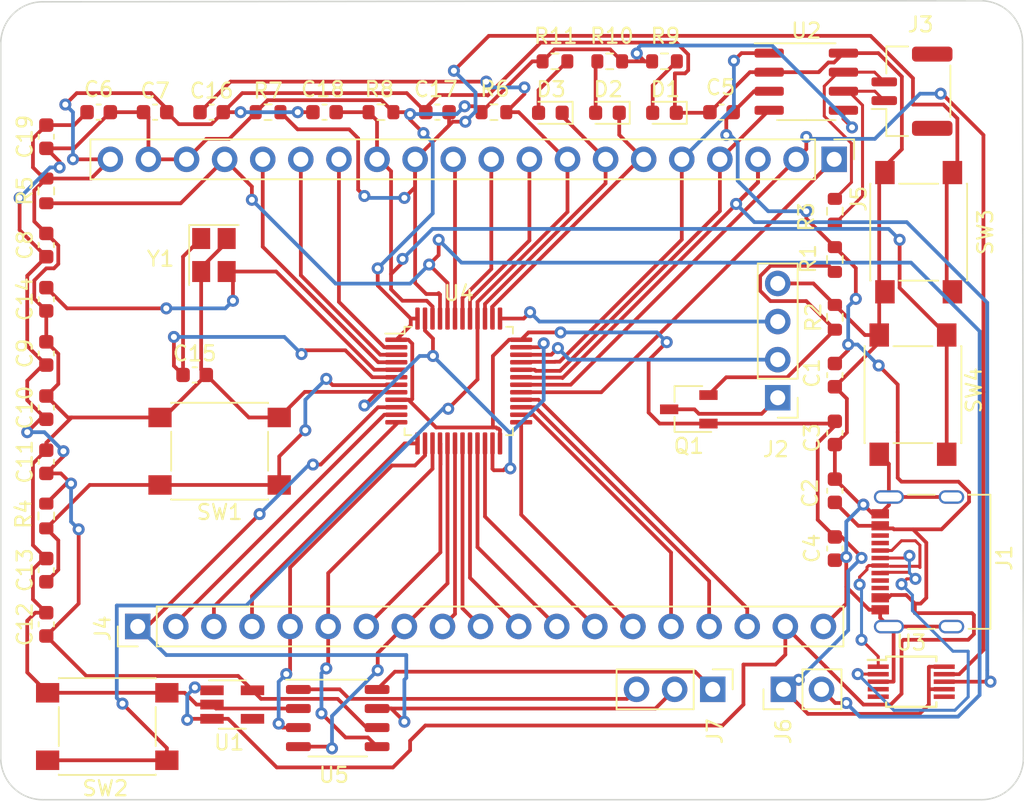
<source format=kicad_pcb>
(kicad_pcb (version 20211014) (generator pcbnew)
  (layers (0 "F.Cu" signal) (31 "B.Cu" signal) (34 "B.Paste" user) (35 "F.Paste" user) (36 "B.SilkS" user "B.Silkscreen") (37 "F.SilkS" user "F.Silkscreen") (38 "B.Mask" user) (39 "F.Mask" user) (44 "Edge.Cuts" user))
  (net 0 "")
  (net 1 "VBUS")
  (net 2 "GND")
  (net 3 "+3V3")
  (net 4 "/STM32_MinimumSystem/NRST")
  (net 5 "/STM32_MinimumSystem/OSC_IN")
  (net 6 "/STM32_MinimumSystem/OSC_OUT")
  (net 7 "/STM32_MinimumSystem/PB4")
  (net 8 "/STM32_MinimumSystem/PB8")
  (net 9 "/STM32_MinimumSystem/PB9")
  (net 10 "Net-(R9-Pad2)")
  (net 11 "/STM32_MinimumSystem/PA15")
  (net 12 "Net-(R10-Pad2)")
  (net 13 "/STM32_MinimumSystem/PB3")
  (net 14 "Net-(R11-Pad2)")
  (net 16 "/PORT&POWER/D+")
  (net 17 "/PORT&POWER/D-")
  (net 21 "/PORT&POWER/3V3_Debug")
  (net 22 "/STM32_MinimumSystem/PA13")
  (net 23 "/STM32_MinimumSystem/PA14")
  (net 24 "/PORT&POWER/CAN-")
  (net 25 "/PORT&POWER/CAN+")
  (net 26 "/STM32_MinimumSystem/PA0")
  (net 27 "/STM32_MinimumSystem/PA1")
  (net 28 "/STM32_MinimumSystem/PA2")
  (net 29 "/STM32_MinimumSystem/PA3")
  (net 30 "/STM32_MinimumSystem/PA4")
  (net 31 "/STM32_MinimumSystem/PA5")
  (net 32 "/STM32_MinimumSystem/PA6")
  (net 33 "/STM32_MinimumSystem/PA7")
  (net 34 "/STM32_MinimumSystem/PB0")
  (net 35 "/STM32_MinimumSystem/PB1")
  (net 36 "/STM32_MinimumSystem/PB2")
  (net 37 "/STM32_MinimumSystem/PB10")
  (net 38 "/STM32_MinimumSystem/PB11")
  (net 39 "/STM32_MinimumSystem/PB12")
  (net 40 "/STM32_MinimumSystem/PB13")
  (net 41 "/STM32_MinimumSystem/PB14")
  (net 42 "/STM32_MinimumSystem/PB15")
  (net 43 "/STM32_MinimumSystem/PA8")
  (net 44 "/STM32_MinimumSystem/PA9")
  (net 45 "/STM32_MinimumSystem/PA10")
  (net 46 "/STM32_MinimumSystem/PA11")
  (net 47 "/STM32_MinimumSystem/PA12")
  (net 48 "/STM32_MinimumSystem/PB5")
  (net 49 "/STM32_MinimumSystem/PB6")
  (net 50 "/STM32_MinimumSystem/PB7")
  (net 51 "/STM32_MinimumSystem/PC13")
  (net 52 "/STM32_MinimumSystem/PC14")
  (net 53 "/STM32_MinimumSystem/PC15")
  (net 54 "/STM32_MinimumSystem/BOOTO")
  (net 55 "Net-(J7-Pad1)")
  (net 56 "Net-(J7-Pad3)")
  (net 57 "Net-(Q1-Pad2)")
  (footprint "Package_TO_SOT_SMD:TSOT-23" (layer "F.Cu") (at 157.012 101.496556 180)
    (fp_text reference "Q1")
    (fp_text value "Q_PMOS_DGS" hide)
  )
  (footprint "Button_Switch_SMD:SW_Push_1P1T_NO_6x6mm_H9.5mm" (layer "F.Cu") (at 118.237 122.646556)
    (fp_text reference "SW2")
    (fp_text value "SW_Push" hide)
  )
  (footprint "Capacitor_SMD:C_0603_1608Metric" (layer "F.Cu") (at 117.666822 81.684556 180)
    (fp_text reference "C6")
    (fp_text value "100n" hide)
  )
  (footprint "Capacitor_SMD:C_0603_1608Metric" (layer "F.Cu") (at 124.066 99.205556)
    (fp_text reference "C15")
    (fp_text value "18P" hide)
  )
  (footprint "Connector_USB:USB_C_Receptacle_Palconn_UTC16-G" (layer "F.Cu") (at 172.283 111.662556 90)
    (fp_text reference "J1")
    (fp_text value "USB_C_Receptacle_USB2.0" hide)
  )
  (footprint "Capacitor_SMD:C_0603_1608Metric" (layer "F.Cu") (at 140.253546 81.684556 180)
    (fp_text reference "C17")
    (fp_text value "100n" hide)
  )
  (footprint "Resistor_SMD:R_0603_1608Metric" (layer "F.Cu") (at 114.173 108.608556 -90)
    (fp_text reference "R4")
    (fp_text value "10k" hide)
  )
  (footprint "Resistor_SMD:R_0603_1608Metric" (layer "F.Cu") (at 166.751 95.362556 90)
    (fp_text reference "R2")
    (fp_text value "10K" hide)
  )
  (footprint "Connector_PinHeader_2.54mm:PinHeader_1x02_P2.54mm_Vertical" (layer "F.Cu") (at 163.322 120.165556 90)
    (fp_text reference "J6")
    (fp_text value "Conn_01x02" hide)
  )
  (footprint "Capacitor_SMD:C_0603_1608Metric" (layer "F.Cu") (at 114.173 83.321448 90)
    (fp_text reference "C19")
    (fp_text value "100n" hide)
  )
  (footprint "Resistor_SMD:R_0603_1608Metric" (layer "F.Cu") (at 166.751 91.508056 -90)
    (fp_text reference "R1")
    (fp_text value "1K" hide)
  )
  (footprint "Capacitor_SMD:C_0603_1608Metric" (layer "F.Cu") (at 166.751 99.217056 -90)
    (fp_text reference "C1")
    (fp_text value "10u" hide)
  )
  (footprint "Capacitor_SMD:C_0603_1608Metric" (layer "F.Cu") (at 159.195822 81.684556 180)
    (fp_text reference "C5")
    (fp_text value "100n" hide)
  )
  (footprint "Capacitor_SMD:C_0603_1608Metric" (layer "F.Cu") (at 132.724638 81.684556 180)
    (fp_text reference "C18")
    (fp_text value "100n" hide)
  )
  (footprint "Package_SO:MSOP-10_3x3mm_P0.5mm" (layer "F.Cu") (at 171.843 119.657556)
    (fp_text reference "U3")
    (fp_text value "CH340E" hide)
  )
  (footprint "Capacitor_SMD:C_0603_1608Metric" (layer "F.Cu") (at 125.19573 81.684556)
    (fp_text reference "C16")
    (fp_text value "100n" hide)
  )
  (footprint "Connector_PinHeader_2.54mm:PinHeader_1x19_P2.54mm_Vertical" (layer "F.Cu") (at 120.269 115.974556 90)
    (fp_text reference "J4")
    (fp_text value "Conn_01x19" hide)
  )
  (footprint "Capacitor_SMD:C_0603_1608Metric" (layer "F.Cu") (at 166.751 103.071556 -90)
    (fp_text reference "C3")
    (fp_text value "10u" hide)
  )
  (footprint "Resistor_SMD:R_0603_1608Metric" (layer "F.Cu") (at 166.751 88.288556 -90)
    (fp_text reference "R3")
    (fp_text value "120" hide)
  )
  (footprint "Capacitor_SMD:C_0603_1608Metric" (layer "F.Cu") (at 114.173 112.221 90)
    (fp_text reference "C13")
    (fp_text value "100n" hide)
  )
  (footprint "Button_Switch_SMD:SW_Push_1P1T_NO_6x6mm_H9.5mm" (layer "F.Cu") (at 171.958 100.517556 90)
    (fp_text reference "SW4")
    (fp_text value "SW_Push" hide)
  )
  (footprint "Capacitor_SMD:C_0603_1608Metric" (layer "F.Cu") (at 121.431276 81.684556)
    (fp_text reference "C7")
    (fp_text value "100n" hide)
  )
  (footprint "Button_Switch_SMD:SW_Push_1P1T_NO_6x6mm_H9.5mm" (layer "F.Cu") (at 172.339 89.685556 90)
    (fp_text reference "SW3")
    (fp_text value "SW_Push" hide)
  )
  (footprint "Connector_PinHeader_2.54mm:PinHeader_1x04_P2.54mm_Vertical" (layer "F.Cu") (at 162.941 100.724556 180)
    (fp_text reference "J2")
    (fp_text value "Conn_01x04" hide)
  )
  (footprint "Package_QFP:LQFP-48_7x7mm_P0.5mm" (layer "F.Cu") (at 141.674 99.607556)
    (fp_text reference "U4")
    (fp_text value "STM32F103C8T6" hide)
  )
  (footprint "Package_SO:SOIC-8_3.9x4.9mm_P1.27mm" (layer "F.Cu") (at 164.846 79.652556)
    (fp_text reference "U2")
    (fp_text value "TJA1051T-3" hide)
  )
  (footprint "Resistor_SMD:R_0603_1608Metric" (layer "F.Cu") (at 128.960184 81.684556)
    (fp_text reference "R7")
    (fp_text value "1K" hide)
  )
  (footprint "Capacitor_SMD:C_0603_1608Metric" (layer "F.Cu") (at 114.173 97.771224 90)
    (fp_text reference "C9")
    (fp_text value "100n" hide)
  )
  (footprint "LED_SMD:LED_0603_1608Metric" (layer "F.Cu") (at 151.586908 81.724556 180)
    (fp_text reference "D2")
    (fp_text value "GREEN" hide)
  )
  (footprint "LED_SMD:LED_0603_1608Metric" (layer "F.Cu") (at 155.391362 81.724556 180)
    (fp_text reference "D1")
    (fp_text value "RED" hide)
  )
  (footprint "Capacitor_SMD:C_0603_1608Metric" (layer "F.Cu") (at 114.173 101.383668 90)
    (fp_text reference "C10")
    (fp_text value "100n" hide)
  )
  (footprint "Connector_PinHeader_2.54mm:PinHeader_1x03_P2.54mm_Vertical" (layer "F.Cu") (at 158.608 120.165556 -90)
    (fp_text reference "J7")
    (fp_text value "Conn_01x03" hide)
  )
  (footprint "LED_SMD:LED_0603_1608Metric" (layer "F.Cu") (at 147.782454 81.724556 180)
    (fp_text reference "D3")
    (fp_text value "BLUE" hide)
  )
  (footprint "Button_Switch_SMD:SW_Push_1P1T_NO_6x6mm_H9.5mm" (layer "F.Cu") (at 125.73 104.290556)
    (fp_text reference "SW1")
    (fp_text value "SW_Push" hide)
  )
  (footprint "Connector_JST:JST_GH_SM02B-GHS-TB_1x02-1MP_P1.25mm_Horizontal" (layer "F.Cu") (at 171.893 80.287556 90)
    (fp_text reference "J3")
    (fp_text value "Conn_01x02" hide)
  )
  (footprint "Package_SO:SOP-8_3.9x4.9mm_P1.27mm" (layer "F.Cu") (at 133.604 122.081556)
    (fp_text reference "U5")
    (fp_text value "AD8400ARZ50" hide)
  )
  (footprint "Connector_PinHeader_2.54mm:PinHeader_1x20_P2.54mm_Vertical" (layer "F.Cu") (at 166.7046 84.828849 -90)
    (fp_text reference "J5")
    (fp_text value "Conn_01x20" hide)
  )
  (footprint "Capacitor_SMD:C_0603_1608Metric" (layer "F.Cu") (at 114.173 104.996112 90)
    (fp_text reference "C11")
    (fp_text value "100n" hide)
  )
  (footprint "Capacitor_SMD:C_0603_1608Metric" (layer "F.Cu") (at 166.751 106.926056 90)
    (fp_text reference "C2")
    (fp_text value "100n" hide)
  )
  (footprint "Resistor_SMD:R_0603_1608Metric" (layer "F.Cu") (at 114.173 86.933892 90)
    (fp_text reference "R5")
    (fp_text value "10k" hide)
  )
  (footprint "Resistor_SMD:R_0603_1608Metric" (layer "F.Cu") (at 151.739862 78.295556 180)
    (fp_text reference "R10")
    (fp_text value "1k" hide)
  )
  (footprint "Resistor_SMD:R_0603_1608Metric" (layer "F.Cu") (at 144.018 81.684556)
    (fp_text reference "R6")
    (fp_text value "1K" hide)
  )
  (footprint "Resistor_SMD:R_0603_1608Metric" (layer "F.Cu") (at 148.088362 78.295556)
    (fp_text reference "R11")
    (fp_text value "1k" hide)
  )
  (footprint "Capacitor_SMD:C_0603_1608Metric" (layer "F.Cu") (at 114.173 90.546336 90)
    (fp_text reference "C8")
    (fp_text value "100n" hide)
  )
  (footprint "Capacitor_SMD:C_0603_1608Metric" (layer "F.Cu") (at 114.173 115.833448 90)
    (fp_text reference "C12")
    (fp_text value "100n" hide)
  )
  (footprint "Capacitor_SMD:C_0603_1608Metric" (layer "F.Cu") (at 166.751 110.780556 -90)
    (fp_text reference "C4")
    (fp_text value "100n" hide)
  )
  (footprint "Resistor_SMD:R_0603_1608Metric" (layer "F.Cu") (at 155.391362 78.295556)
    (fp_text reference "R9")
    (fp_text value "1k" hide)
  )
  (footprint "Resistor_SMD:R_0603_1608Metric" (layer "F.Cu") (at 136.489092 81.684556 180)
    (fp_text reference "R8")
    (fp_text value "1K" hide)
  )
  (footprint "Package_TO_SOT_SMD:SOT-23-5_HandSoldering" (layer "F.Cu") (at 126.5705 121.181556)
    (fp_text reference "U1")
    (fp_text value "HX9193" hide)
  )
  (footprint "Capacitor_SMD:C_0603_1608Metric" (layer "F.Cu") (at 114.173 94.15878 90)
    (fp_text reference "C14")
    (fp_text value "18P" hide)
  )
  (footprint "Crystal:Crystal_SMD_3225-4Pin_3.2x2.5mm" (layer "F.Cu") (at 125.349 91.209556 -90)
    (fp_text reference "Y1")
    (fp_text value "12M" hide)
  )
  (gr_arc (start 113.930471 127.5244) (mid 111.954815 126.706056) (end 111.136471 124.7304) (layer "Edge.Cuts") (width 0.1))
  (gr_arc (start 179.321159 124.7304) (mid 178.502815 126.706056) (end 176.527159 127.5244) (layer "Edge.Cuts") (width 0.1))
  (gr_line (start 179.321159 124.7304) (end 179.264815 77.049056) (layer "Edge.Cuts") (width 0.1))
  (gr_line (start 176.470815 74.255056) (end 113.930471 74.325712) (layer "Edge.Cuts") (width 0.1))
  (gr_arc (start 111.136471 77.119712) (mid 111.954815 75.144056) (end 113.930471 74.325712) (layer "Edge.Cuts") (width 0.1))
  (gr_arc (start 176.470815 74.255056) (mid 178.446471 75.0734) (end 179.264815 77.049056) (layer "Edge.Cuts") (width 0.1))
  (gr_line (start 113.930471 127.5244) (end 176.527159 127.5244) (layer "Edge.Cuts") (width 0.1))
  (gr_line (start 111.136471 77.119712) (end 111.136471 124.7304) (layer "Edge.Cuts") (width 0.1))
  (segment (start 175.698 107.663572) (end 175.698 107.02154) (width 0.25) (layer "F.Cu") (net 1))
  (segment (start 175.641 116.863556) (end 176.022 116.482556) (width 0.25) (layer "F.Cu") (net 1))
  (segment (start 171.196 116.990556) (end 171.323 116.863556) (width 0.25) (layer "F.Cu") (net 1))
  (segment (start 168.148 92.080056) (end 168.148 94.130556) (width 0.25) (layer "F.Cu") (net 1))
  (segment (start 171.511999 113.877555) (end 170.499001 113.877555) (width 0.25) (layer "F.Cu") (net 1))
  (segment (start 123.637 122.131556) (end 123.571 122.197556) (width 0.25) (layer "F.Cu") (net 1))
  (segment (start 167.64 97.553056) (end 166.751 98.442056) (width 0.25) (layer "F.Cu") (net 1))
  (segment (start 159.258 122.578556) (end 139.446 122.578556) (width 0.25) (layer "F.Cu") (net 1))
  (segment (start 171.511999 113.877555) (end 172.085 114.450556) (width 0.25) (layer "F.Cu") (net 1))
  (segment (start 170.942 103.020556) (end 170.942 99.845556) (width 0.25) (layer "F.Cu") (net 1))
  (segment (start 168.656 121.181556) (end 170.478 121.181556) (width 0.25) (layer "F.Cu") (net 1))
  (segment (start 164.846 88.778056) (end 164.846 88.288556) (width 0.25) (layer "F.Cu") (net 1))
  (segment (start 176.022 115.212556) (end 175.895 115.085556) (width 0.25) (layer "F.Cu") (net 1))
  (segment (start 166.751 90.683056) (end 164.846 88.778056) (width 0.25) (layer "F.Cu") (net 1))
  (segment (start 172.847 110.386556) (end 171.958 109.497556) (width 0.25) (layer "F.Cu") (net 1))
  (segment (start 163.449 115.974556) (end 163.449 117.856) (width 0.25) (layer "F.Cu") (net 1))
  (segment (start 174.999016 106.322556) (end 171.196 106.322556) (width 0.25) (layer "F.Cu") (net 1))
  (segment (start 163.449 117.856) (end 162.790444 118.514556) (width 0.25) (layer "F.Cu") (net 1))
  (segment (start 172.085 114.450556) (end 172.085 115.085556) (width 0.25) (layer "F.Cu") (net 1))
  (segment (start 159.512 83.208556) (end 159.512 82.143378) (width 0.25) (layer "F.Cu") (net 1))
  (segment (start 170.942 99.845556) (end 169.672 98.575556) (width 0.25) (layer "F.Cu") (net 1))
  (segment (start 159.512 82.143378) (end 159.970822 81.684556) (width 0.25) (layer "F.Cu") (net 1))
  (segment (start 172.085 114.450556) (end 172.466 114.450556) (width 0.25) (layer "F.Cu") (net 1))
  (segment (start 166.751 90.683056) (end 168.148 92.080056) (width 0.25) (layer "F.Cu") (net 1))
  (segment (start 129.54 125.372556) (end 126.299 122.131556) (width 0.25) (layer "F.Cu") (net 1))
  (segment (start 162.790444 118.514556) (end 160.655 118.514556) (width 0.25) (layer "F.Cu") (net 1))
  (segment (start 172.466 114.450556) (end 172.847 114.069556) (width 0.25) (layer "F.Cu") (net 1))
  (segment (start 138.43 124.229556) (end 137.287 125.372556) (width 0.25) (layer "F.Cu") (net 1))
  (segment (start 173.864016 109.497556) (end 175.698 107.663572) (width 0.25) (layer "F.Cu") (net 1))
  (segment (start 137.287 125.372556) (end 129.54 125.372556) (width 0.25) (layer "F.Cu") (net 1))
  (segment (start 138.43 123.594556) (end 138.43 124.229556) (width 0.25) (layer "F.Cu") (net 1))
  (segment (start 167.64 97.178556) (end 167.64 97.553056) (width 0.25) (layer "F.Cu") (net 1))
  (segment (start 160.655 118.514556) (end 160.655 121.181556) (width 0.25) (layer "F.Cu") (net 1))
  (segment (start 162.371 80.287556) (end 161.367822 80.287556) (width 0.25) (layer "F.Cu") (net 1))
  (segment (start 160.655 121.181556) (end 159.258 122.578556) (width 0.25) (layer "F.Cu") (net 1))
  (segment (start 170.942 106.068556) (end 170.942 103.020556) (width 0.25) (layer "F.Cu") (net 1))
  (segment (start 166.751 107.701056) (end 168.3125 109.262556) (width 0.25) (layer "F.Cu") (net 1))
  (segment (start 169.948 109.437556) (end 169.773 109.262556) (width 0.25) (layer "F.Cu") (net 1))
  (segment (start 172.847 114.069556) (end 172.847 110.386556) (width 0.25) (layer "F.Cu") (net 1))
  (segment (start 171.958 109.497556) (end 173.864016 109.497556) (width 0.25) (layer "F.Cu") (net 1))
  (segment (start 170.478 121.181556) (end 171.196 120.463556) (width 0.25) (layer "F.Cu") (net 1))
  (segment (start 170.688 109.497556) (end 170.628 109.437556) (width 0.25) (layer "F.Cu") (net 1))
  (segment (start 171.196 106.322556) (end 170.942 106.068556) (width 0.25) (layer "F.Cu") (net 1))
  (segment (start 168.3125 109.262556) (end 169.773 109.262556) (width 0.25) (layer "F.Cu") (net 1))
  (segment (start 171.196 120.463556) (end 171.196 116.990556) (width 0.25) (layer "F.Cu") (net 1))
  (segment (start 124.079 120.038556) (end 125.0275 120.038556) (width 0.25) (layer "F.Cu") (net 1))
  (segment (start 176.022 116.482556) (end 176.022 115.212556) (width 0.25) (layer "F.Cu") (net 1))
  (segment (start 163.449 115.974556) (end 168.656 121.181556) (width 0.25) (layer "F.Cu") (net 1))
  (segment (start 125.0275 120.038556) (end 125.2205 120.231556) (width 0.25) (layer "F.Cu") (net 1))
  (segment (start 170.314 114.062556) (end 169.773 114.062556) (width 0.25) (layer "F.Cu") (net 1))
  (segment (start 171.323 116.863556) (end 175.641 116.863556) (width 0.25) (layer "F.Cu") (net 1))
  (segment (start 170.628 109.437556) (end 169.948 109.437556) (width 0.25) (layer "F.Cu") (net 1))
  (segment (start 125.2205 122.131556) (end 123.637 122.131556) (width 0.25) (layer "F.Cu") (net 1))
  (segment (start 126.299 122.131556) (end 125.2205 122.131556) (width 0.25) (layer "F.Cu") (net 1))
  (segment (start 175.698 107.02154) (end 174.999016 106.322556) (width 0.25) (layer "F.Cu") (net 1))
  (segment (start 161.367822 80.287556) (end 159.970822 81.684556) (width 0.25) (layer "F.Cu") (net 1))
  (segment (start 170.499001 113.877555) (end 170.314 114.062556) (width 0.25) (layer "F.Cu") (net 1))
  (segment (start 175.895 115.085556) (end 172.085 115.085556) (width 0.25) (layer "F.Cu") (net 1))
  (segment (start 139.446 122.578556) (end 138.43 123.594556) (width 0.25) (layer "F.Cu") (net 1))
  (segment (start 171.958 109.497556) (end 170.688 109.497556) (width 0.25) (layer "F.Cu") (net 1))
  (via (at 168.148 94.130556) (size 0.8) (drill 0.4) (layers "F.Cu" "B.Cu") (net 1))
  (via (at 124.079 120.038556) (size 0.8) (drill 0.4) (layers "F.Cu" "B.Cu") (net 1))
  (via (at 167.64 97.178556) (size 0.8) (drill 0.4) (layers "F.Cu" "B.Cu") (net 1))
  (via (at 164.846 88.288556) (size 0.8) (drill 0.4) (layers "F.Cu" "B.Cu") (net 1))
  (via (at 159.512 83.208556) (size 0.8) (drill 0.4) (layers "F.Cu" "B.Cu") (net 1))
  (via (at 123.571 122.197556) (size 0.8) (drill 0.4) (layers "F.Cu" "B.Cu") (net 1))
  (via (at 169.672 98.575556) (size 0.8) (drill 0.4) (layers "F.Cu" "B.Cu") (net 1))
  (segment (start 160.274 83.716556) (end 159.766 83.208556) (width 0.25) (layer "B.Cu") (net 1))
  (segment (start 167.64 94.638556) (end 167.64 97.178556) (width 0.25) (layer "B.Cu") (net 1))
  (segment (start 164.846 88.288556) (end 162.306 88.288556) (width 0.25) (layer "B.Cu") (net 1))
  (segment (start 160.274 86.256556) (end 160.274 83.716556) (width 0.25) (layer "B.Cu") (net 1))
  (segment (start 159.766 83.208556) (end 159.512 83.208556) (width 0.25) (layer "B.Cu") (net 1))
  (segment (start 168.275 97.178556) (end 167.64 97.178556) (width 0.25) (layer "B.Cu") (net 1))
  (segment (start 168.148 94.130556) (end 167.64 94.638556) (width 0.25) (layer "B.Cu") (net 1))
  (segment (start 169.672 98.575556) (end 168.275 97.178556) (width 0.25) (layer "B.Cu") (net 1))
  (segment (start 162.306 88.288556) (end 160.401 86.383556) (width 0.25) (layer "B.Cu") (net 1))
  (segment (start 123.571 122.197556) (end 123.571 120.546556) (width 0.25) (layer "B.Cu") (net 1))
  (segment (start 123.571 120.546556) (end 124.079 120.038556) (width 0.25) (layer "B.Cu") (net 1))
  (segment (start 160.401 86.383556) (end 160.274 86.256556) (width 0.25) (layer "B.Cu") (net 1))
  (segment (start 165.318 93.104556) (end 166.751 94.537556) (width 0.25) (layer "F.Cu") (net 2))
  (segment (start 113.373 88.971336) (end 113.373 86.908892) (width 0.25) (layer "F.Cu") (net 2))
  (segment (start 114.173 111.446) (end 113.284 110.557) (width 0.25) (layer "F.Cu") (net 2))
  (segment (start 169.708 96.542556) (end 169.708 93.617556) (width 0.25) (layer "F.Cu") (net 2))
  (segment (start 122.212 120.396556) (end 114.262 120.396556) (width 0.25) (layer "F.Cu") (net 2))
  (segment (start 143.924 105.466556) (end 143.924 103.770056) (width 0.25) (layer "F.Cu") (net 2))
  (segment (start 121.755 102.040556) (end 122.006 102.040556) (width 0.25) (layer "F.Cu") (net 2))
  (segment (start 170.353 107.882556) (end 169.773 108.462556) (width 0.25) (layer "F.Cu") (net 2))
  (segment (start 169.649751 77.747556) (end 171.218 79.315805) (width 0.25) (layer "F.Cu") (net 2))
  (segment (start 113.284 112.164556) (end 114.002556 111.446) (width 0.25) (layer "F.Cu") (net 2))
  (segment (start 170.426 115.982556) (end 170.434 115.974556) (width 0.25) (layer "F.Cu") (net 2))
  (segment (start 113.284 85.367556) (end 114.025336 86.108892) (width 0.25) (layer "F.Cu") (net 2))
  (segment (start 139.954 97.940556) (end 139.954 96.778241) (width 0.25) (layer "F.Cu") (net 2))
  (segment (start 114.173 89.771336) (end 113.373 88.971336) (width 0.25) (layer "F.Cu") (net 2))
  (segment (start 122.206276 81.684556) (end 123.006276 82.484556) (width 0.25) (layer "F.Cu") (net 2))
  (segment (start 158.420822 81.684556) (end 161.087822 79.017556) (width 0.25) (layer "F.Cu") (net 2))
  (segment (start 167.321 77.747556) (end 166.696 78.372556) (width 0.25) (layer "F.Cu") (net 2))
  (segment (start 124.841 99.205556) (end 127.676 102.040556) (width 0.25) (layer "F.Cu") (net 2))
  (segment (start 167.511344 114.452212) (end 165.989 115.974556) (width 0.25) (layer "F.Cu") (net 2))
  (segment (start 144.018 105.560556) (end 143.924 105.466556) (width 0.25) (layer "F.Cu") (net 2))
  (segment (start 114.173 86.108892) (end 117.164557 86.108892) (width 0.25) (layer "F.Cu") (net 2))
  (segment (start 114.68322 92.096336) (end 114.973 91.806556) (width 0.25) (layer "F.Cu") (net 2))
  (segment (start 166.961556 111.345) (end 166.751 111.555556) (width 0.25) (layer "F.Cu") (net 2))
  (segment (start 125.97073 81.684556) (end 127.127 81.684556) (width 0.25) (layer "F.Cu") (net 2))
  (segment (start 156.767 79.095556) (end 156.083 79.095556) (width 0.25) (layer "F.Cu") (net 2))
  (segment (start 170.353 115.982556) (end 170.426 115.982556) (width 0.25) (layer "F.Cu") (net 2))
  (segment (start 139.424 96.248241) (end 139.424 95.445056) (width 0.25) (layer "F.Cu") (net 2))
  (segment (start 161.087822 79.017556) (end 162.371 79.017556) (width 0.25) (layer "F.Cu") (net 2))
  (segment (start 115.86 102.040556) (end 121.755 102.040556) (width 0.25) (layer "F.Cu") (net 2))
  (segment (start 167.511344 111.345) (end 167.511344 113.3309) (width 0.25) (layer "F.Cu") (net 2))
  (segment (start 169.773 115.402556) (end 170.353 115.982556) (width 0.25) (layer "F.Cu") (net 2))
  (segment (start 114.173 82.546448) (end 113.284 83.435448) (width 0.25) (layer "F.Cu") (net 2))
  (segment (start 168.448701 107.848757) (end 166.751 106.151056) (width 0.25) (layer "F.Cu") (net 2))
  (segment (start 168.756 96.542556) (end 166.751 94.537556) (width 0.25) (layer "F.Cu") (net 2))
  (segment (start 114.025336 86.108892) (end 114.173 86.108892) (width 0.25) (layer "F.Cu") (net 2))
  (segment (start 158.380822 81.724556) (end 158.420822 81.684556) (width 0.25) (layer "F.Cu") (net 2))
  (segment (start 118.4446 84.828849) (end 115.958901 84.828849) (width 0.25) (layer "F.Cu") (net 2))
  (segment (start 114.973 91.806556) (end 114.973 90.571336) (width 0.25) (layer "F.Cu") (net 2))
  (segment (start 170.643 119.657556) (end 169.643 119.657556) (width 0.25) (layer "F.Cu") (net 2))
  (segment (start 156.972 78.890556) (end 156.767 79.095556) (width 0.25) (layer "F.Cu") (net 2))
  (segment (start 169.708 96.542556) (end 168.756 96.542556) (width 0.25) (layer "F.Cu") (net 2))
  (segment (start 114.173 104.221112) (end 114.173 103.727556) (width 0.25) (layer "F.Cu") (net 2))
  (segment (start 116.205 80.414556) (end 121.158 80.414556) (width 0.25) (layer "F.Cu") (net 2))
  (segment (start 162.371 79.017556) (end 165.674248 79.017556) (width 0.25) (layer "F.Cu") (net 2))
  (segment (start 115.604888 102.040556) (end 115.86 102.040556) (width 0.25) (layer "F.Cu") (net 2))
  (segment (start 115.958901 84.828849) (end 115.951 84.820948) (width 0.25) (layer "F.Cu") (net 2))
  (segment (start 170.353 107.342556) (end 174.523 107.342556) (width 0.25) (layer "F.Cu") (net 2))
  (segment (start 162.941 93.104556) (end 165.318 93.104556) (width 0.25) (layer "F.Cu") (net 2))
  (segment (start 170.442 115.982556) (end 174.523 115.982556) (width 0.25) (layer "F.Cu") (net 2))
  (segment (start 114.173 100.608668) (end 114.973 99.808668) (width 0.25) (layer "F.Cu") (net 2))
  (segment (start 147.33802 97.096459) (end 147.076923 97.357556) (width 0.25) (layer "F.Cu") (net 2))
  (segment (start 171.218 84.157556) (end 169.708 85.667556) (width 0.25) (layer "F.Cu") (net 2))
  (segment (start 124.1905 121.181556) (end 123.4055 120.396556) (width 0.25) (layer "F.Cu") (net 2))
  (segment (start 122.206276 81.462832) (end 122.206276 81.684556) (width 0.25) (layer "F.Cu") (net 2))
  (segment (start 144.657315 105.560556) (end 144.018 105.560556) (width 0.25) (layer "F.Cu") (net 2))
  (segment (start 170.353 107.342556) (end 170.353 107.882556) (width 0.25) (layer "F.Cu") (net 2))
  (segment (start 166.319249 78.372556) (end 166.696 78.372556) (width 0.25) (layer "F.Cu") (net 2))
  (segment (start 140.335 80.541556) (end 143.51 80.541556) (width 0.25) (layer "F.Cu") (net 2))
  (segment (start 124.499 92.059556) (end 124.499 92.309556) (width 0.25) (layer "F.Cu") (net 2))
  (segment (start 117.164557 86.108892) (end 118.4446 84.828849) (width 0.25) (layer "F.Cu") (net 2))
  (segment (start 169.043 114.862556) (end 169.773 114.862556) (width 0.25) (layer "F.Cu") (net 2))
  (segment (start 113.373 92.898556) (end 114.17522 92.096336) (width 0.25) (layer "F.Cu") (net 2))
  (segment (start 113.284 114.169448) (end 113.284 112.164556) (width 0.25) (layer "F.Cu") (net 2))
  (segment (start 126.199 90.359556) (end 124.499 92.059556) (width 0.25) (layer "F.Cu") (net 2))
  (segment (start 144.784315 105.433556) (end 144.657315 105.560556) (width 0.25) (layer "F.Cu") (net 2))
  (segment (start 113.284 110.557) (end 113.284 105.110112) (width 0.25) (layer "F.Cu") (net 2))
  (segment (start 169.267598 108.462556) (end 168.653799 107.848757) (width 0.25) (layer "F.Cu") (net 2))
  (segment (start 122.006 102.040556) (end 124.841 99.205556) (width 0.25) (layer "F.Cu") (net 2))
  (segment (start 114.173 115.058448) (end 113.284 114.169448) (width 0.25) (layer "F.Cu") (net 2))
  (segment (start 113.373 86.908892) (end 114.173 86.108892) (width 0.25) (layer "F.Cu") (net 2))
  (segment (start 167.551 103.046556) (end 167.551 100.792056) (width 0.25) (layer "F.Cu") (net 2))
  (segment (start 116.02993 82.546448) (end 116.891822 81.684556) (width 0.25) (layer "F.Cu") (net 2))
  (segment (start 156.083 81.628694) (end 156.178862 81.724556) (width 0.25) (layer "F.Cu") (net 2))
  (segment (start 127.24073 80.414556) (end 138.208546 80.414556) (width 0.25) (layer "F.Cu") (net 2))
  (segment (start 169.773 108.462556) (end 169.267598 108.462556) (width 0.25) (layer "F.Cu") (net 2))
  (segment (start 114.262 120.396556) (end 112.903 119.037556) (width 0.25) (layer "F.Cu") (net 2))
  (segment (start 139.478546 81.39801) (end 140.335 80.541556) (width 0.25) (layer "F.Cu") (net 2))
  (segment (start 166.751 99.992056) (end 169.708 97.035056) (width 0.25) (layer "F.Cu") (net 2))
  (segment (start 113.284 83.435448) (end 113.284 85.367556) (width 0.25) (layer "F.Cu") (net 2))
  (segment (start 130.937 81.684556) (end 131.949638 81.684556) (width 0.25) (layer "F.Cu") (net 2))
  (segment (start 137.5115 100.357556) (end 136.267 100.357556) (width 0.25) (layer "F.Cu") (net 2))
  (segment (start 139.478546 81.684556) (end 139.478546 81.39801) (width 0.25) (layer "F.Cu") (net 2))
  (segment (start 156.083 79.095556) (end 156.083 81.628694) (width 0.25) (layer "F.Cu") (net 2))
  (segment (start 125.97073 81.684556) (end 127.24073 80.414556) (width 0.25) (layer "F.Cu") (net 2))
  (segment (start 114.173 94.93378) (end 113.373 94.13378) (width 0.25) (layer "F.Cu") (net 2))
  (segment (start 166.751 103.846556) (end 167.551 103.046556) (width 0.25) (layer "F.Cu") (net 2))
  (segment (start 156.183824 77.045556) (end 156.972 77.833732) (width 0.25) (layer "F.Cu") (net 2))
  (segment (start 114.173 103.727556) (end 115.86 102.040556) (width 0.25) (layer "F.Cu") (net 2))
  (segment (start 167.321 77.747556) (end 169.649751 77.747556) (width 0.25) (layer "F.Cu") (net 2))
  (segment (start 131.413 100.332556) (end 137.308 100.332556) (width 0.25) (layer "F.Cu") (net 2))
  (segment (start 125.17073 82.484556) (end 125.97073 81.684556) (width 0.25) (layer "F.Cu") (net 2))
  (segment (start 168.653799 107.848757) (end 168.448701 107.848757) (width 0.25) (layer "F.Cu") (net 2))
  (segment (start 165.768124 78.92368) (end 166.319249 78.372556) (width 0.25) (layer "F.Cu") (net 2))
  (segment (start 136.267 100.357556) (end 135.382 101.242556) (width 0.25) (layer "F.Cu") (net 2))
  (segment (start 123.4055 120.396556) (end 122.212 120.396556) (width 0.25) (layer "F.Cu") (net 2))
  (segment (start 114.973 90.571336) (end 114.173 89.771336) (width 0.25) (layer "F.Cu") (net 2))
  (segment (start 170.434 115.974556) (end 170.442 115.982556) (width 0.25) (layer "F.Cu") (net 2))
  (segment (start 147.133 77.045556) (end 156.183824 77.045556) (width 0.25) (layer "F.Cu") (net 2))
  (segment (start 169.773 114.862556) (end 169.773 115.402556) (width 0.25) (layer "F.Cu") (net 2))
  (segment (start 170.668 116.297556) (end 170.668 119.632556) (width 0.25) (layer "F.Cu") (net 2))
  (segment (start 112.903 115.593556) (end 113.438108 115.058448) (width 0.25) (layer "F.Cu") (net 2))
  (segment (start 147.076923 97.357556) (end 145.8365 97.357556) (width 0.25) (layer "F.Cu") (net 2))
  (segment (start 167.511344 113.3309) (end 167.511344 114.452212) (width 0.25) (layer "F.Cu") (net 2))
  (segment (start 124.499 98.863556) (end 124.499 92.309556) (width 0.25) (layer "F.Cu") (net 2))
  (segment (start 167.511344 111.345) (end 166.961556 111.345) (width 0.25) (layer "F.Cu") (net 2))
  (segment (start 112.903 119.037556) (end 112.903 115.593556) (width 0.25) (layer "F.Cu") (net 2))
  (segment (start 170.353 115.982556) (end 170.668 116.297556) (width 0.25) (layer "F.Cu") (net 2))
  (segment (start 125.2205 121.181556) (end 124.1905 121.181556) (width 0.25) (layer "F.Cu") (net 2))
  (segment (start 165.674248 79.017556) (end 165.768124 78.92368) (width 0.25) (layer "F.Cu") (net 2))
  (segment (start 139.954 96.778241) (end 139.424 96.248241) (width 0.25) (layer "F.Cu") (net 2))
  (segment (start 114.173 100.608668) (end 115.604888 102.040556) (width 0.25) (layer "F.Cu") (net 2))
  (segment (start 113.438108 115.058448) (end 114.173 115.058448) (width 0.25) (layer "F.Cu") (net 2))
  (segment (start 114.173 94.93378) (end 114.173 96.996224) (width 0.25) (layer "F.Cu") (net 2))
  (segment (start 166.751 106.151056) (end 166.751 103.846556) (width 0.25) (layer "F.Cu") (net 2))
  (segment (start 138.208546 80.414556) (end 139.478546 81.684556) (width 0.25) (layer "F.Cu") (net 2))
  (segment (start 114.002556 111.446) (end 114.173 111.446) (width 0.25) (layer "F.Cu") (net 2))
  (segment (start 125.4855 121.446556) (end 125.2205 121.181556) (width 0.25) (layer "F.Cu") (net 2))
  (segment (start 115.443 81.176556) (end 116.205 80.414556) (width 0.25) (layer "F.Cu") (net 2))
  (segment (start 145.112 105.433556) (end 144.784315 105.433556) (width 0.25) (layer "F.Cu") (net 2))
  (segment (start 170.353 107.342556) (end 170.353 105.137556) (width 0.25) (layer "F.Cu") (net 2))
  (segment (start 114.173 82.546448) (end 116.02993 82.546448) (width 0.25) (layer "F.Cu") (net 2))
  (segment (start 130.979 121.446556) (end 125.4855 121.446556) (width 0.25) (layer "F.Cu") (net 2))
  (segment (start 156.178862 81.724556) (end 158.380822 81.724556) (width 0.25) (layer "F.Cu") (net 2))
  (segment (start 170.353 105.137556) (end 169.708 104.492556) (width 0.25) (layer "F.Cu") (net 2))
  (segment (start 114.17522 92.096336) (end 114.68322 92.096336) (width 0.25) (layer "F.Cu") (net 2))
  (segment (start 129.705 102.040556) (end 131.413 100.332556) (width 0.25) (layer "F.Cu") (net 2))
  (segment (start 113.284 105.110112) (end 114.173 104.221112) (width 0.25) (layer "F.Cu") (net 2))
  (segment (start 126.199 90.109556) (end 126.199 90.359556) (width 0.25) (layer "F.Cu") (net 2))
  (segment (start 113.373 94.13378) (end 113.373 92.898556) (width 0.25) (layer "F.Cu") (net 2))
  (segment (start 169.708 97.035056) (end 169.708 96.542556) (width 0.25) (layer "F.Cu") (net 2))
  (segment (start 114.973 97.796224) (end 114.173 96.996224) (width 0.25) (layer "F.Cu") (net 2))
  (segment (start 114.973 99.808668) (end 114.973 97.796224) (width 0.25) (layer "F.Cu") (net 2))
  (segment (start 121.158 80.414556) (end 122.206276 81.462832) (width 0.25) (layer "F.Cu") (net 2))
  (segment (start 167.511344 113.3309) (end 169.043 114.862556) (width 0.25) (layer "F.Cu") (net 2))
  (segment (start 171.218 79.315805) (end 171.218 84.157556) (width 0.25) (layer "F.Cu") (net 2))
  (segment (start 123.006276 82.484556) (end 125.17073 82.484556) (width 0.25) (layer "F.Cu") (net 2))
  (segment (start 170.668 119.632556) (end 170.643 119.657556) (width 0.25) (layer "F.Cu") (net 2))
  (segment (start 143.604802 80.573754) (end 147.133 77.045556) (width 0.25) (layer "F.Cu") (net 2))
  (segment (start 165.674249 79.017556) (end 165.768124 78.92368) (width 0.25) (layer "F.Cu") (net 2))
  (segment (start 156.972 77.833732) (end 156.972 78.890556) (width 0.25) (layer "F.Cu") (net 2))
  (segment (start 127.676 102.040556) (end 129.705 102.040556) (width 0.25) (layer "F.Cu") (net 2))
  (segment (start 167.551 100.792056) (end 166.751 99.992056) (width 0.25) (layer "F.Cu") (net 2))
  (segment (start 124.841 99.205556) (end 124.499 98.863556) (width 0.25) (layer "F.Cu") (net 2))
  (segment (start 169.708 93.617556) (end 169.708 85.667556) (width 0.25) (layer "F.Cu") (net 2))
  (via (at 167.511344 111.345) (size 0.8) (drill 0.4) (layers "F.Cu" "B.Cu") (net 2))
  (via (at 145.112 105.433556) (size 0.8) (drill 0.4) (layers "F.Cu" "B.Cu") (net 2))
  (via (at 135.382 101.242556) (size 0.8) (drill 0.4) (layers "F.Cu" "B.Cu") (net 2))
  (via (at 147.33802 97.096459) (size 0.8) (drill 0.4) (layers "F.Cu" "B.Cu") (net 2))
  (via (at 130.937 81.684556) (size 0.8) (drill 0.4) (layers "F.Cu" "B.Cu") (net 2))
  (via (at 127.127 81.684556) (size 0.8) (drill 0.4) (layers "F.Cu" "B.Cu") (net 2))
  (via (at 115.951 84.820948) (size 0.8) (drill 0.4) (layers "F.Cu" "B.Cu") (net 2))
  (via (at 168.653799 107.848757) (size 0.8) (drill 0.4) (layers "F.Cu" "B.Cu") (net 2))
  (via (at 139.954 97.940556) (size 0.8) (drill 0.4) (layers "F.Cu" "B.Cu") (net 2))
  (via (at 115.443 81.176556) (size 0.8) (drill 0.4) (layers "F.Cu" "B.Cu") (net 2))
  (segment (start 168.653799 107.848757) (end 167.511344 108.991212) (width 0.25) (layer "B.Cu") (net 2))
  (segment (start 147.33802 100.872536) (end 147.33802 97.096459) (width 0.25) (layer "B.Cu") (net 2))
  (segment (start 135.763 101.242556) (end 139.065 97.940556) (width 0.25) (layer "B.Cu") (net 2))
  (segment (start 127.127 81.684556) (end 130.937 81.684556) (width 0.25) (layer "B.Cu") (net 2))
  (segment (start 145.112 103.098556) (end 147.33802 100.872536) (width 0.25) (layer "B.Cu") (net 2))
  (segment (start 167.511344 108.991212) (end 167.511344 111.345) (width 0.25) (layer "B.Cu") (net 2))
  (segment (start 135.382 101.242556) (end 135.763 101.242556) (width 0.25) (layer "B.Cu") (net 2))
  (segment (start 115.951 81.684556) (end 115.443 81.176556) (width 0.25) (layer "B.Cu") (net 2))
  (segment (start 115.951 84.820948) (end 115.951 81.684556) (width 0.25) (layer "B.Cu") (net 2))
  (segment (start 145.112 103.098556) (end 145.112 105.433556) (width 0.25) (layer "B.Cu") (net 2))
  (segment (start 139.954 97.940556) (end 145.112 103.098556) (width 0.25) (layer "B.Cu") (net 2))
  (segment (start 139.065 97.940556) (end 139.954 97.940556) (width 0.25) (layer "B.Cu") (net 2))
  (segment (start 166.751 102.296556) (end 166.601 102.446556) (width 0.25) (layer "F.Cu") (net 3))
  (segment (start 138.302046 81.684556) (end 138.429046 81.811556) (width 0.25) (layer "F.Cu") (net 3))
  (segment (start 128.135184 81.684556) (end 128.135184 81.701677) (width 0.25) (layer "F.Cu") (net 3))
  (segment (start 114.173 105.771112) (end 115.145556 105.771112) (width 0.25) (layer "F.Cu") (net 3))
  (segment (start 138.574 100.813556) (end 138.53 100.857556) (width 0.25) (layer "F.Cu") (net 3))
  (segment (start 154.334246 101.713802) (end 154.334246 98.223801) (width 0.25) (layer "F.Cu") (net 3))
  (segment (start 146.325 96.369056) (end 145.8365 96.857556) (width 0.25) (layer "F.Cu") (net 3))
  (segment (start 138.429046 81.811556) (end 138.429046 82.191602) (width 0.25) (layer "F.Cu") (net 3))
  (segment (start 138.53 100.857556) (end 137.5115 100.857556) (width 0.25) (layer "F.Cu") (net 3))
  (segment (start 136.514092 80.884556) (end 128.935184 80.884556) (width 0.25) (layer "F.Cu") (net 3))
  (segment (start 155.067 102.446556) (end 154.334246 101.713802) (width 0.25) (layer "F.Cu") (net 3))
  (segment (start 166.751 102.593739) (end 166.751 102.296556) (width 0.25) (layer "F.Cu") (net 3))
  (segment (start 148.063362 77.495556) (end 151.764862 77.495556) (width 0.25) (layer "F.Cu") (net 3))
  (segment (start 151.764862 77.495556) (end 152.564862 78.295556) (width 0.25) (layer "F.Cu") (net 3))
  (segment (start 173.043 120.157556) (end 174.043 120.157556) (width 0.25) (layer "F.Cu") (net 3))
  (segment (start 116.332 114.449448) (end 116.332 109.497556) (width 0.25) (layer "F.Cu") (net 3))
  (segment (start 114.173 102.158668) (end 112.903 100.888668) (width 0.25) (layer "F.Cu") (net 3))
  (segment (start 144.424 103.770056) (end 144.424 102.882556) (width 0.25) (layer "F.Cu") (net 3))
  (segment (start 166.601 102.446556) (end 158.322 102.446556) (width 0.25) (layer "F.Cu") (net 3))
  (segment (start 114.173 91.321336) (end 112.395 89.543336) (width 0.25) (layer "F.Cu") (net 3))
  (segment (start 112.395 89.543336) (end 112.395 87.399556) (width 0.25) (layer "F.Cu") (net 3))
  (segment (start 164.958443 121.801999) (end 172.398557 121.801999) (width 0.25) (layer "F.Cu") (net 3))
  (segment (start 133.605 120.801556) (end 135.52 122.716556) (width 0.25) (layer "F.Cu") (net 3))
  (segment (start 167.197205 110.005556) (end 168.529 111.337351) (width 0.25) (layer "F.Cu") (net 3))
  (segment (start 154.0685 78.295556) (end 153.543 77.770056) (width 0.25) (layer "F.Cu") (net 3))
  (segment (start 163.322 120.165556) (end 163.703 120.165556) (width 0.25) (layer "F.Cu") (net 3))
  (segment (start 124.841 83.512449) (end 123.5246 84.828849) (width 0.25) (layer "F.Cu") (net 3))
  (segment (start 115.507 106.449556) (end 114.173 107.783556) (width 0.25) (layer "F.Cu") (net 3))
  (segment (start 126.374305 83.462556) (end 124.841 83.462556) (width 0.25) (layer "F.Cu") (net 3))
  (segment (start 138.339685 100.882556) (end 138.324 100.882556) (width 0.25) (layer "F.Cu") (net 3))
  (segment (start 114.173 98.546224) (end 112.903 97.276224) (width 0.25) (layer "F.Cu") (net 3))
  (segment (start 143.95 97.940871) (end 143.95 102.707556) (width 0.25) (layer "F.Cu") (net 3))
  (segment (start 137.5115 96.857556) (end 138.314685 96.857556) (width 0.25) (layer "F.Cu") (net 3))
  (segment (start 172.398557 121.801999) (end 173.018 121.182556) (width 0.25) (layer "F.Cu") (net 3))
  (segment (start 163.703 120.165556) (end 164.338 119.530556) (width 0.25) (layer "F.Cu") (net 3))
  (segment (start 140.164685 102.707556) (end 138.339685 100.882556) (width 0.25) (layer "F.Cu") (net 3))
  (segment (start 116.841108 119.276556) (end 126.9655 119.276556) (width 0.25) (layer "F.Cu") (net 3))
  (segment (start 144.324 102.782556) (end 144.239685 102.782556) (width 0.25) (layer "F.Cu") (net 3))
  (segment (start 167.321 82.125056) (end 167.8965 82.700556) (width 0.25) (layer "F.Cu") (net 3))
  (segment (start 120.9846 82.01288) (end 120.656276 81.684556) (width 0.25) (layer "F.Cu") (net 3))
  (segment (start 145.033315 96.857556) (end 143.95 97.940871) (width 0.25) (layer "F.Cu") (net 3))
  (segment (start 166.751 110.005556) (end 167.197205 110.005556) (width 0.25) (layer "F.Cu") (net 3))
  (segment (start 165.608 103.736739) (end 166.751 102.593739) (width 0.25) (layer "F.Cu") (net 3))
  (segment (start 138.299 100.857556) (end 137.5115 100.857556) (width 0.25) (layer "F.Cu") (net 3))
  (segment (start 114.173 116.608448) (end 116.841108 119.276556) (width 0.25) (layer "F.Cu") (net 3))
  (segment (start 138.574 97.116871) (end 138.574 100.813556) (width 0.25) (layer "F.Cu") (net 3))
  (segment (start 154.566362 78.295556) (end 154.0685 78.295556) (width 0.25) (layer "F.Cu") (net 3))
  (segment (start 138.429046 82.191602) (end 139.319 83.081556) (width 0.25) (layer "F.Cu") (net 3))
  (segment (start 173.018 121.182556) (end 173.018 120.182556) (width 0.25) (layer "F.Cu") (net 3))
  (segment (start 167.321 81.557556) (end 167.321 82.125056) (width 0.25) (layer "F.Cu") (net 3))
  (segment (start 158.322 102.446556) (end 155.067 102.446556) (width 0.25) (layer "F.Cu") (net 3))
  (segment (start 142.065168 81.289397) (end 142.797841 81.289397) (width 0.25) (layer "F.Cu") (net 3))
  (segment (start 128.935184 80.884556) (end 128.135184 81.684556) (width 0.25) (layer "F.Cu") (net 3))
  (segment (start 148.463 96.369056) (end 146.325 96.369056) (width 0.25) (layer "F.Cu") (net 3))
  (segment (start 126.9655 119.276556) (end 127.9205 120.231556) (width 0.25) (layer "F.Cu") (net 3))
  (segment (start 173.043 120.157556) (end 173.018 120.132556) (width 0.25) (layer "F.Cu") (net 3))
  (segment (start 154.334246 98.223801) (end 155.540746 97.017301) (width 0.25) (layer "F.Cu") (net 3))
  (segment (start 120.9846 84.828849) (end 120.9846 82.01288) (width 0.25) (layer "F.Cu") (net 3))
  (segment (start 173.018 118.682556) (end 173.043 118.657556) (width 0.25) (layer "F.Cu") (net 3))
  (segment (start 146.582 78.295556) (end 143.193 81.684556) (width 0.25) (layer "F.Cu") (net 3))
  (segment (start 112.903 99.591556) (end 113.948332 98.546224) (width 0.25) (layer "F.Cu") (net 3))
  (segment (start 115.062 84.985448) (end 114.173 84.096448) (width 0.25) (layer "F.Cu") (net 3))
  (segment (start 165.608 108.862556) (end 165.608 103.736739) (width 0.25) (layer "F.Cu") (net 3))
  (segment (start 147.263362 78.295556) (end 146.582 78.295556) (width 0.25) (layer "F.Cu") (net 3))
  (segment (start 136.271 92.098556) (end 136.271 93.242952) (width 0.25) (layer "F.Cu") (net 3))
  (segment (start 152.564862 78.295556) (end 154.566362 78.295556) (width 0.25) (layer "F.Cu") (net 3))
  (segment (start 115.316 104.628112) (end 114.173 105.771112) (width 0.25) (layer "F.Cu") (net 3))
  (segment (start 138.473104 95.895952) (end 137.5115 96.857556) (width 0.25) (layer "F.Cu") (net 3))
  (segment (start 144.164685 102.707556) (end 143.95 102.707556) (width 0.25) (layer "F.Cu") (net 3))
  (segment (start 118.441822 81.684556) (end 116.02993 84.096448) (width 0.25) (layer "F.Cu") (net 3))
  (segment (start 138.314685 96.857556) (end 138.574 97.116871) (width 0.25) (layer "F.Cu") (net 3))
  (segment (start 173.043 118.657556) (end 174.043 118.657556) (width 0.25) (layer "F.Cu") (net 3))
  (segment (start 115.062 85.367556) (end 115.062 84.985448) (width 0.25) (layer "F.Cu") (net 3))
  (segment (start 173.018 120.132556) (end 173.018 118.682556) (width 0.25) (layer "F.Cu") (net 3))
  (segment (start 144.239685 102.782556) (end 144.164685 102.707556) (width 0.25) (layer "F.Cu") (net 3))
  (segment (start 112.903 97.276224) (end 112.903 92.591336) (width 0.25) (layer "F.Cu") (net 3))
  (segment (start 137.314092 81.684556) (end 136.514092 80.884556) (width 0.25) (layer "F.Cu") (net 3))
  (segment (start 144.424 102.882556) (end 144.324 102.782556) (width 0.25) (layer "F.Cu") (net 3))
  (segment (start 114.173 116.608448) (end 116.332 114.449448) (width 0.25) (layer "F.Cu") (net 3))
  (segment (start 112.903 100.888668) (end 112.903 99.591556) (width 0.25) (layer "F.Cu") (net 3))
  (segment (start 138.473104 95.445056) (end 138.924 95.445056) (width 0.25) (layer "F.Cu") (net 3))
  (segment (start 145.8365 96.857556) (end 145.033315 96.857556) (width 0.25) (layer "F.Cu") (net 3))
  (segment (start 143.95 102.707556) (end 140.164685 102.707556) (width 0.25) (layer "F.Cu") (net 3))
  (segment (start 115.824 106.449556) (end 115.507 106.449556) (width 0.25) (layer "F.Cu") (net 3))
  (segment (start 136.271 93.242952) (end 138.473104 95.445056) (width 0.25) (layer "F.Cu") (net 3))
  (segment (start 113.948332 98.546224) (end 114.173 98.546224) (width 0.25) (layer "F.Cu") (net 3))
  (segment (start 173.018 120.182556) (end 173.043 120.157556) (width 0.25) (layer "F.Cu") (net 3))
  (segment (start 138.324 100.882556) (end 138.299 100.857556) (width 0.25) (layer "F.Cu") (net 3))
  (segment (start 163.322 120.165556) (end 164.958443 121.801999) (width 0.25) (layer "F.Cu") (net 3))
  (segment (start 115.145556 105.771112) (end 115.824 106.449556) (width 0.25) (layer "F.Cu") (net 3))
  (segment (start 124.841 83.462556) (end 124.841 83.512449) (width 0.25) (layer "F.Cu") (net 3))
  (segment (start 142.797841 81.289397) (end 143.193 81.684556) (width 0.25) (layer "F.Cu") (net 3))
  (segment (start 137.314092 81.684556) (end 138.302046 81.684556) (width 0.25) (layer "F.Cu") (net 3))
  (segment (start 147.263362 78.295556) (end 148.063362 77.495556) (width 0.25) (layer "F.Cu") (net 3))
  (segment (start 113.764888 102.158668) (end 112.903 103.020556) (width 0.25) (layer "F.Cu") (net 3))
  (segment (start 114.173 102.158668) (end 113.764888 102.158668) (width 0.25) (layer "F.Cu") (net 3))
  (segment (start 118.441822 81.684556) (end 120.656276 81.684556) (width 0.25) (layer "F.Cu") (net 3))
  (segment (start 127.9205 120.231556) (end 128.4905 120.801556) (width 0.25) (layer "F.Cu") (net 3))
  (segment (start 168.529 111.337351) (end 168.529 111.402556) (width 0.25) (layer "F.Cu") (net 3))
  (segment (start 135.52 122.716556) (end 136.229 122.716556) (width 0.25) (layer "F.Cu") (net 3))
  (segment (start 115.316 104.290556) (end 115.316 104.628112) (width 0.25) (layer "F.Cu") (net 3))
  (segment (start 123.5246 84.828849) (end 120.9846 84.828849) (width 0.25) (layer "F.Cu") (net 3))
  (segment (start 138.473104 95.445056) (end 138.473104 95.895952) (width 0.25) (layer "F.Cu") (net 3))
  (segment (start 112.903 92.591336) (end 114.173 91.321336) (width 0.25) (layer "F.Cu") (net 3))
  (segment (start 128.4905 120.801556) (end 133.605 120.801556) (width 0.25) (layer "F.Cu") (net 3))
  (segment (start 128.135184 81.701677) (end 126.374305 83.462556) (width 0.25) (layer "F.Cu") (net 3))
  (segment (start 116.02993 84.096448) (end 114.173 84.096448) (width 0.25) (layer "F.Cu") (net 3))
  (segment (start 166.751 110.005556) (end 165.608 108.862556) (width 0.25) (layer "F.Cu") (net 3))
  (via (at 138.429046 81.811556) (size 0.8) (drill 0.4) (layers "F.Cu" "B.Cu") (net 3))
  (via (at 168.529 111.402556) (size 0.8) (drill 0.4) (layers "F.Cu" "B.Cu") (net 3))
  (via (at 167.8965 82.700556) (size 0.8) (drill 0.4) (layers "F.Cu" "B.Cu") (net 3))
  (via (at 155.540746 97.017301) (size 0.8) (drill 0.4) (layers "F.Cu" "B.Cu") (net 3))
  (via (at 115.062 85.367556) (size 0.8) (drill 0.4) (layers "F.Cu" "B.Cu") (net 3))
  (via (at 112.395 87.399556) (size 0.8) (drill 0.4) (layers "F.Cu" "B.Cu") (net 3))
  (via (at 139.319 83.081556) (size 0.8) (drill 0.4) (layers "F.Cu" "B.Cu") (net 3))
  (via (at 136.271 92.098556) (size 0.8) (drill 0.4) (layers "F.Cu" "B.Cu") (net 3))
  (via (at 116.332 109.497556) (size 0.8) (drill 0.4) (layers "F.Cu" "B.Cu") (net 3))
  (via (at 112.903 103.020556) (size 0.8) (drill 0.4) (layers "F.Cu" "B.Cu") (net 3))
  (via (at 148.463 96.369056) (size 0.8) (drill 0.4) (layers "F.Cu" "B.Cu") (net 3))
  (via (at 115.824 106.449556) (size 0.8) (drill 0.4) (layers "F.Cu" "B.Cu") (net 3))
  (via (at 153.543 77.770056) (size 0.8) (drill 0.4) (layers "F.Cu" "B.Cu") (net 3))
  (via (at 115.316 104.290556) (size 0.8) (drill 0.4) (layers "F.Cu" "B.Cu") (net 3))
  (via (at 142.065168 81.289397) (size 0.8) (drill 0.4) (layers "F.Cu" "B.Cu") (net 3))
  (via (at 164.338 119.530556) (size 0.8) (drill 0.4) (layers "F.Cu" "B.Cu") (net 3))
  (segment (start 141.543009 81.811556) (end 142.065168 81.289397) (width 0.25) (layer "B.Cu") (net 3))
  (segment (start 139.9396 83.702156) (end 139.9396 88.429956) (width 0.25) (layer "B.Cu") (net 3))
  (segment (start 167.8965 82.57466) (end 167.8965 82.700556) (width 0.25) (layer "B.Cu") (net 3))
  (segment (start 167.64 116.228556) (end 167.64 112.291556) (width 0.25) (layer "B.Cu") (net 3))
  (segment (start 167.64 112.291556) (end 168.529 111.402556) (width 0.25) (layer "B.Cu") (net 3))
  (segment (start 112.395 87.399556) (end 114.427 85.367556) (width 0.25) (layer "B.Cu") (net 3))
  (segment (start 138.429046 81.811556) (end 141.543009 81.811556) (width 0.25) (layer "B.Cu") (net 3))
  (segment (start 115.824 108.989556) (end 115.824 106.449556) (width 0.25) (layer "B.Cu") (net 3))
  (segment (start 114.046 103.020556) (end 115.316 104.290556) (width 0.25) (layer "B.Cu") (net 3))
  (segment (start 153.67 77.366556) (end 153.797 77.239556) (width 0.25) (layer "B.Cu") (net 3))
  (segment (start 153.67 77.643056) (end 153.67 77.366556) (width 0.25) (layer "B.Cu") (net 3))
  (segment (start 139.319 83.081556) (end 139.9396 83.702156) (width 0.25) (layer "B.Cu") (net 3))
  (segment (start 139.9396 88.429956) (end 136.271 92.098556) (width 0.25) (layer "B.Cu") (net 3))
  (segment (start 153.797 77.239556) (end 162.561396 77.239556) (width 0.25) (layer "B.Cu") (net 3))
  (segment (start 164.338 119.530556) (end 167.64 116.228556) (width 0.25) (layer "B.Cu") (net 3))
  (segment (start 154.892501 96.369056) (end 148.463 96.369056) (width 0.25) (layer "B.Cu") (net 3))
  (segment (start 155.540746 97.017301) (end 154.892501 96.369056) (width 0.25) (layer "B.Cu") (net 3))
  (segment (start 153.543 77.770056) (end 153.67 77.643056) (width 0.25) (layer "B.Cu") (net 3))
  (segment (start 114.427 85.367556) (end 115.062 85.367556) (width 0.25) (layer "B.Cu") (net 3))
  (segment (start 162.561396 77.239556) (end 167.8965 82.57466) (width 0.25) (layer "B.Cu") (net 3))
  (segment (start 116.332 109.497556) (end 115.824 108.989556) (width 0.25) (layer "B.Cu") (net 3))
  (segment (start 112.903 103.020556) (end 114.046 103.020556) (width 0.25) (layer "B.Cu") (net 3))
  (segment (start 114.173 112.996) (end 114.973 112.196) (width 0.25) (layer "F.Cu") (net 4))
  (segment (start 132.842 99.464556) (end 133.26 99.882556) (width 0.25) (layer "F.Cu") (net 4))
  (segment (start 133.26 99.882556) (end 137.4865 99.882556) (width 0.25) (layer "F.Cu") (net 4))
  (segment (start 117.066 106.540556) (end 121.755 106.540556) (width 0.25) (layer "F.Cu") (net 4))
  (segment (start 129.705 104.633556) (end 131.445 102.893556) (width 0.25) (layer "F.Cu") (net 4))
  (segment (start 114.973 110.233556) (end 114.173 109.433556) (width 0.25) (layer "F.Cu") (net 4))
  (segment (start 129.705 106.540556) (end 129.705 104.633556) (width 0.25) (layer "F.Cu") (net 4))
  (segment (start 137.4865 99.882556) (end 137.5115 99.857556) (width 0.25) (layer "F.Cu") (net 4))
  (segment (start 121.755 106.540556) (end 129.705 106.540556) (width 0.25) (layer "F.Cu") (net 4))
  (segment (start 114.973 112.196) (end 114.973 110.233556) (width 0.25) (layer "F.Cu") (net 4))
  (segment (start 114.173 109.433556) (end 117.066 106.540556) (width 0.25) (layer "F.Cu") (net 4))
  (via (at 131.445 102.893556) (size 0.8) (drill 0.4) (layers "F.Cu" "B.Cu") (net 4))
  (via (at 132.842 99.464556) (size 0.8) (drill 0.4) (layers "F.Cu" "B.Cu") (net 4))
  (segment (start 131.445 100.861556) (end 132.842 99.464556) (width 0.25) (layer "B.Cu") (net 4))
  (segment (start 131.445 102.893556) (end 131.445 100.861556) (width 0.25) (layer "B.Cu") (net 4))
  (segment (start 129.497 92.309556) (end 136.045 98.857556) (width 0.25) (layer "F.Cu") (net 5))
  (segment (start 126.619 92.729556) (end 126.199 92.309556) (width 0.25) (layer "F.Cu") (net 5))
  (segment (start 115.554776 94.765556) (end 122.174 94.765556) (width 0.25) (layer "F.Cu") (net 5))
  (segment (start 136.045 98.857556) (end 137.5115 98.857556) (width 0.25) (layer "F.Cu") (net 5))
  (segment (start 114.173 93.38378) (end 115.554776 94.765556) (width 0.25) (layer "F.Cu") (net 5))
  (segment (start 126.199 92.309556) (end 129.497 92.309556) (width 0.25) (layer "F.Cu") (net 5))
  (segment (start 126.619 94.257556) (end 126.619 92.729556) (width 0.25) (layer "F.Cu") (net 5))
  (via (at 126.619 94.257556) (size 0.8) (drill 0.4) (layers "F.Cu" "B.Cu") (net 5))
  (via (at 122.174 94.765556) (size 0.8) (drill 0.4) (layers "F.Cu" "B.Cu") (net 5))
  (segment (start 122.174 94.765556) (end 126.111 94.765556) (width 0.25) (layer "B.Cu") (net 5))
  (segment (start 126.111 94.765556) (end 126.619 94.257556) (width 0.25) (layer "B.Cu") (net 5))
  (segment (start 123.291 91.317556) (end 124.499 90.109556) (width 0.25) (layer "F.Cu") (net 6))
  (segment (start 134.110604 97.559556) (end 135.908604 99.357556) (width 0.25) (layer "F.Cu") (net 6))
  (segment (start 123.291 99.205556) (end 122.682 98.596556) (width 0.25) (layer "F.Cu") (net 6))
  (segment (start 135.908604 99.357556) (end 137.5115 99.357556) (width 0.25) (layer "F.Cu") (net 6))
  (segment (start 131.191 97.813556) (end 131.445 97.559556) (width 0.25) (layer "F.Cu") (net 6))
  (segment (start 123.291 99.205556) (end 123.291 91.317556) (width 0.25) (layer "F.Cu") (net 6))
  (segment (start 122.682 98.596556) (end 122.682 96.670556) (width 0.25) (layer "F.Cu") (net 6))
  (segment (start 131.445 97.559556) (end 134.110604 97.559556) (width 0.25) (layer "F.Cu") (net 6))
  (via (at 131.191 97.813556) (size 0.8) (drill 0.4) (layers "F.Cu" "B.Cu") (net 6))
  (via (at 122.682 96.670556) (size 0.8) (drill 0.4) (layers "F.Cu" "B.Cu") (net 6))
  (segment (start 130.048 96.670556) (end 131.191 97.813556) (width 0.25) (layer "B.Cu") (net 6))
  (segment (start 122.682 96.670556) (end 130.048 96.670556) (width 0.25) (layer "B.Cu") (net 6))
  (segment (start 146.05 80.477556) (end 144.843 81.684556) (width 0.25) (layer "F.Cu") (net 7))
  (segment (start 140.97 101.459056) (end 142.924 99.505056) (width 0.25) (layer "F.Cu") (net 7))
  (segment (start 122.212 124.896556) (end 114.262 124.896556) (width 0.25) (layer "F.Cu") (net 7))
  (segment (start 122.212 124.080056) (end 119.253 121.121056) (width 0.25) (layer "F.Cu") (net 7))
  (segment (start 148.9246 84.828849) (end 148.813293 84.828849) (width 0.25) (layer "F.Cu") (net 7))
  (segment (start 145.669 81.684556) (end 144.843 81.684556) (width 0.25) (layer "F.Cu") (net 7))
  (segment (start 148.9246 84.828849) (end 148.9246 88.33356) (width 0.25) (layer "F.Cu") (net 7))
  (segment (start 142.924 99.505056) (end 142.924 95.445056) (width 0.25) (layer "F.Cu") (net 7))
  (segment (start 122.212 124.896556) (end 122.212 124.080056) (width 0.25) (layer "F.Cu") (net 7))
  (segment (start 148.9246 88.33356) (end 142.924 94.33416) (width 0.25) (layer "F.Cu") (net 7))
  (segment (start 146.05 80.033556) (end 146.05 80.477556) (width 0.25) (layer "F.Cu") (net 7))
  (segment (start 142.924 94.33416) (end 142.924 95.445056) (width 0.25) (layer "F.Cu") (net 7))
  (segment (start 126.45703 79.648256) (end 143.5057 79.648256) (width 0.25) (layer "F.Cu") (net 7))
  (segment (start 148.813293 84.828849) (end 145.669 81.684556) (width 0.25) (layer "F.Cu") (net 7))
  (segment (start 124.42073 81.684556) (end 126.45703 79.648256) (width 0.25) (layer "F.Cu") (net 7))
  (via (at 143.5057 79.648256) (size 0.8) (drill 0.4) (layers "F.Cu" "B.Cu") (net 7))
  (via (at 140.97 101.459056) (size 0.8) (drill 0.4) (layers "F.Cu" "B.Cu") (net 7))
  (via (at 146.05 80.033556) (size 0.8) (drill 0.4) (layers "F.Cu" "B.Cu") (net 7))
  (via (at 119.253 121.121056) (size 0.8) (drill 0.4) (layers "F.Cu" "B.Cu") (net 7))
  (segment (start 143.891 80.033556) (end 146.05 80.033556) (width 0.25) (layer "B.Cu") (net 7))
  (segment (start 118.872 120.740056) (end 118.872 114.577556) (width 0.25) (layer "B.Cu") (net 7))
  (segment (start 139.573 102.512556) (end 140.6265 101.459056) (width 0.25) (layer "B.Cu") (net 7))
  (segment (start 143.5057 79.648256) (end 143.891 80.033556) (width 0.25) (layer "B.Cu") (net 7))
  (segment (start 140.6265 101.459056) (end 140.97 101.459056) (width 0.25) (layer "B.Cu") (net 7))
  (segment (start 127.508 114.577556) (end 139.573 102.512556) (width 0.25) (layer "B.Cu") (net 7))
  (segment (start 118.872 114.577556) (end 127.508 114.577556) (width 0.25) (layer "B.Cu") (net 7))
  (segment (start 119.253 121.121056) (end 118.872 120.740056) (width 0.25) (layer "B.Cu") (net 7))
  (segment (start 174.918 85.381556) (end 174.918 82.104556) (width 0.25) (layer "F.Cu") (net 8))
  (segment (start 171.958 79.419409) (end 171.185573 78.646982) (width 0.25) (layer "F.Cu") (net 8))
  (segment (start 139.504 93.807556) (end 140.277 93.807556) (width 0.25) (layer "F.Cu") (net 8))
  (segment (start 141.028546 82.564903) (end 140.740947 82.852503) (width 0.25) (layer "F.Cu") (net 8))
  (segment (start 134.966724 86.85728) (end 134.966724 83.42828) (width 0.25) (layer "F.Cu") (net 8))
  (segment (start 141.028546 81.684556) (end 141.028546 82.564903) (width 0.25) (layer "F.Cu") (net 8))
  (segment (start 174.918 82.104556) (end 174.244 81.430556) (width 0.25) (layer "F.Cu") (net 8))
  (segment (start 140.424 93.838556) (end 140.424 95.445056) (width 0.25) (layer "F.Cu") (net 8))
  (segment (start 138.7646 93.068156) (end 139.504 93.807556) (width 0.25) (layer "F.Cu") (net 8))
  (segment (start 130.928184 82.827556) (end 129.785184 81.684556) (width 0.25) (layer "F.Cu") (net 8))
  (segment (start 143.6792 76.595556) (end 141.351 78.923756) (width 0.25) (layer "F.Cu") (net 8))
  (segment (start 171.185573 78.646982) (end 169.134147 76.595556) (width 0.25) (layer "F.Cu") (net 8))
  (segment (start 173.99 81.176556) (end 171.958 81.176556) (width 0.25) (layer "F.Cu") (net 8))
  (segment (start 141.273894 82.319556) (end 140.740947 82.852503) (width 0.25) (layer "F.Cu") (net 8))
  (segment (start 134.966724 83.42828) (end 134.366 82.827556) (width 0.25) (layer "F.Cu") (net 8))
  (segment (start 135.382 87.272556) (end 134.966724 86.85728) (width 0.25) (layer "F.Cu") (net 8))
  (segment (start 138.7646 86.683956) (end 138.049 87.399556) (width 0.25) (layer "F.Cu") (net 8))
  (segment (start 174.244 81.430556) (end 173.99 81.176556) (width 0.25) (layer "F.Cu") (net 8))
  (segment (start 140.335 93.749556) (end 140.424 93.838556) (width 0.25) (layer "F.Cu") (net 8))
  (segment (start 138.7646 84.828849) (end 138.7646 93.068156) (width 0.25) (layer "F.Cu") (net 8))
  (segment (start 171.958 81.176556) (end 171.958 79.419409) (width 0.25) (layer "F.Cu") (net 8))
  (segment (start 151.003 76.595556) (end 143.6792 76.595556) (width 0.25) (layer "F.Cu") (net 8))
  (segment (start 140.740947 82.852503) (end 138.7646 84.828849) (width 0.25) (layer "F.Cu") (net 8))
  (segment (start 134.366 82.827556) (end 130.928184 82.827556) (width 0.25) (layer "F.Cu") (net 8))
  (segment (start 174.208 93.617556) (end 174.208 85.667556) (width 0.25) (layer "F.Cu") (net 8))
  (segment (start 174.589 85.710556) (end 174.918 85.381556) (width 0.25) (layer "F.Cu") (net 8))
  (segment (start 142.113 82.319556) (end 141.273894 82.319556) (width 0.25) (layer "F.Cu") (net 8))
  (segment (start 138.7646 84.828849) (end 138.7646 86.683956) (width 0.25) (layer "F.Cu") (net 8))
  (segment (start 169.134147 76.595556) (end 151.003 76.595556) (width 0.25) (layer "F.Cu") (net 8))
  (segment (start 140.277 93.807556) (end 140.335 93.749556) (width 0.25) (layer "F.Cu") (net 8))
  (via (at 135.382 87.272556) (size 0.8) (drill 0.4) (layers "F.Cu" "B.Cu") (net 8))
  (via (at 142.113 82.319556) (size 0.8) (drill 0.4) (layers "F.Cu" "B.Cu") (net 8))
  (via (at 138.049 87.399556) (size 0.8) (drill 0.4) (layers "F.Cu" "B.Cu") (net 8))
  (via (at 141.351 78.923756) (size 0.8) (drill 0.4) (layers "F.Cu" "B.Cu") (net 8))
  (segment (start 138.049 87.399556) (end 135.509 87.399556) (width 0.25) (layer "B.Cu") (net 8))
  (segment (start 141.351 78.923756) (end 142.790168 80.362924) (width 0.25) (layer "B.Cu") (net 8))
  (segment (start 142.790168 80.362924) (end 142.790168 81.642388) (width 0.25) (layer "B.Cu") (net 8))
  (segment (start 135.509 87.399556) (end 135.382 87.272556) (width 0.25) (layer "B.Cu") (net 8))
  (segment (start 142.790168 81.642388) (end 142.113 82.319556) (width 0.25) (layer "B.Cu") (net 8))
  (segment (start 174.208 96.542556) (end 174.208 104.492556) (width 0.25) (layer "F.Cu") (net 9))
  (segment (start 174.208 96.542556) (end 171.069 93.403556) (width 0.25) (layer "F.Cu") (net 9))
  (segment (start 139.539685 94.257556) (end 139.924 94.641871) (width 0.25) (layer "F.Cu") (net 9))
  (segment (start 171.069 93.403556) (end 171.069 90.193556) (width 0.25) (layer "F.Cu") (net 9))
  (segment (start 137.16 85.621556) (end 137.16 92.479556) (width 0.25) (layer "F.Cu") (net 9))
  (segment (start 135.664092 81.684556) (end 136.2246 82.245064) (width 0.25) (layer "F.Cu") (net 9))
  (segment (start 137.922 94.257556) (end 139.539685 94.257556) (width 0.25) (layer "F.Cu") (net 9))
  (segment (start 133.499638 81.684556) (end 135.664092 81.684556) (width 0.25) (layer "F.Cu") (net 9))
  (segment (start 137.16 93.495556) (end 137.922 94.257556) (width 0.25) (layer "F.Cu") (net 9))
  (segment (start 136.271 84.732556) (end 137.16 85.621556) (width 0.25) (layer "F.Cu") (net 9))
  (segment (start 136.2246 82.245064) (end 136.2246 84.828849) (width 0.25) (layer "F.Cu") (net 9))
  (segment (start 137.926299 91.467855) (end 137.926299 91.713257) (width 0.25) (layer "F.Cu") (net 9))
  (segment (start 139.924 94.641871) (end 139.924 95.445056) (width 0.25) (layer "F.Cu") (net 9))
  (segment (start 137.16 92.479556) (end 137.16 93.495556) (width 0.25) (layer "F.Cu") (net 9))
  (segment (start 137.926299 91.713257) (end 137.16 92.479556) (width 0.25) (layer "F.Cu") (net 9))
  (via (at 171.069 90.193556) (size 0.8) (drill 0.4) (layers "F.Cu" "B.Cu") (net 9))
  (via (at 137.926299 91.467855) (size 0.8) (drill 0.4) (layers "F.Cu" "B.Cu") (net 9))
  (segment (start 171.069 90.193556) (end 170.344 89.468556) (width 0.25) (layer "B.Cu") (net 9))
  (segment (start 139.925598 89.468556) (end 137.926299 91.467855) (width 0.25) (layer "B.Cu") (net 9))
  (segment (start 170.344 89.468556) (end 139.925598 89.468556) (width 0.25) (layer "B.Cu") (net 9))
  (segment (start 154.603862 81.724556) (end 154.603862 79.908056) (width 0.25) (layer "F.Cu") (net 10))
  (segment (start 154.603862 79.908056) (end 156.216362 78.295556) (width 0.25) (layer "F.Cu") (net 10))
  (segment (start 153.737022 84.828849) (end 143.899 94.666871) (width 0.25) (layer "F.Cu") (net 11))
  (segment (start 152.374408 83.198657) (end 154.0046 84.828849) (width 0.25) (layer "F.Cu") (net 11))
  (segment (start 152.374408 81.724556) (end 152.374408 83.198657) (width 0.25) (layer "F.Cu") (net 11))
  (segment (start 143.899 94.666871) (end 143.899 96.035556) (width 0.25) (layer "F.Cu") (net 11))
  (segment (start 150.799408 78.41101) (end 150.914862 78.295556) (width 0.25) (layer "F.Cu") (net 12))
  (segment (start 150.799408 81.724556) (end 150.799408 78.41101) (width 0.25) (layer "F.Cu") (net 12))
  (segment (start 143.424 94.470556) (end 143.424 95.445056) (width 0.25) (layer "F.Cu") (net 13))
  (segment (start 148.569954 81.934203) (end 151.4646 84.828849) (width 0.25) (layer "F.Cu") (net 13))
  (segment (start 151.4646 84.828849) (end 151.4646 86.429956) (width 0.25) (layer "F.Cu") (net 13))
  (segment (start 151.4646 86.429956) (end 143.424 94.470556) (width 0.25) (layer "F.Cu") (net 13))
  (segment (start 148.569954 81.724556) (end 148.569954 81.934203) (width 0.25) (layer "F.Cu") (net 13))
  (segment (start 148.913362 78.295556) (end 146.994954 80.213964) (width 0.25) (layer "F.Cu") (net 14))
  (segment (start 146.994954 80.213964) (end 146.994954 81.724556) (width 0.25) (layer "F.Cu") (net 14))
  (segment (start 172.422 112.037556) (end 172.347 111.962556) (width 0.2) (layer "F.Cu") (net 16))
  (segment (start 169.773 110.912556) (end 170.543 110.912556) (width 0.2) (layer "F.Cu") (net 16))
  (segment (start 169.00895 111.912556) (end 168.893 112.028506) (width 0.2) (layer "F.Cu") (net 16))
  (segment (start 170.543 110.912556) (end 171.196 110.259556) (width 0.2) (layer "F.Cu") (net 16))
  (segment (start 168.893 112.181556) (end 168.893 112.028506) (width 0.2) (layer "F.Cu") (net 16))
  (segment (start 169.643 118.657556) (end 169.643 117.977556) (width 0.2) (layer "F.Cu") (net 16))
  (segment (start 169.643 117.977556) (end 168.529 116.863556) (width 0.2) (layer "F.Cu") (net 16))
  (segment (start 172.11896 110.259556) (end 172.422 110.562596) (width 0.2) (layer "F.Cu") (net 16))
  (segment (start 172.422 110.562596) (end 172.422 112.037556) (width 0.2) (layer "F.Cu") (net 16))
  (segment (start 171.196 110.259556) (end 172.11896 110.259556) (width 0.2) (layer "F.Cu") (net 16))
  (segment (start 168.402 113.180556) (end 168.402 112.672556) (width 0.2) (layer "F.Cu") (net 16))
  (segment (start 169.773 111.912556) (end 169.00895 111.912556) (width 0.2) (layer "F.Cu") (net 16))
  (segment (start 172.347 111.962556) (end 170.434 111.962556) (width 0.2) (layer "F.Cu") (net 16))
  (segment (start 168.402 112.672556) (end 168.893 112.181556) (width 0.2) (layer "F.Cu") (net 16))
  (via (at 168.402 113.180556) (size 0.8) (drill 0.4) (layers "F.Cu" "B.Cu") (net 16))
  (via (at 168.529 116.863556) (size 0.8) (drill 0.4) (layers "F.Cu" "B.Cu") (net 16))
  (segment (start 168.529 116.863556) (end 168.529 113.307556) (width 0.2) (layer "B.Cu") (net 16))
  (segment (start 168.529 113.307556) (end 168.402 113.180556) (width 0.2) (layer "B.Cu") (net 16))
  (segment (start 169.635 119.149556) (end 169.643 119.157556) (width 0.2) (layer "F.Cu") (net 17))
  (segment (start 172.1225 112.799556) (end 171.6855 112.362556) (width 0.2) (layer "F.Cu") (net 17))
  (segment (start 171.549499 112.799556) (end 171.196 113.153055) (width 0.2) (layer "F.Cu") (net 17))
  (segment (start 169.773 111.412556) (end 171.573 111.412556) (width 0.2) (layer "F.Cu") (net 17))
  (segment (start 172.1225 112.799556) (end 171.549499 112.799556) (width 0.2) (layer "F.Cu") (net 17))
  (segment (start 171.6855 112.362556) (end 169.87 112.362556) (width 0.2) (layer "F.Cu") (net 17))
  (segment (start 171.573 111.412556) (end 171.7225 111.263056) (width 0.2) (layer "F.Cu") (net 17))
  (segment (start 168.275 119.149556) (end 169.635 119.149556) (width 0.2) (layer "F.Cu") (net 17))
  (via (at 171.7225 111.263056) (size 0.8) (drill 0.4) (layers "F.Cu" "B.Cu") (net 17))
  (via (at 171.196 113.153055) (size 0.8) (drill 0.4) (layers "F.Cu" "B.Cu") (net 17))
  (via (at 172.1225 112.799556) (size 0.8) (drill 0.4) (layers "F.Cu" "B.Cu") (net 17))
  (via (at 168.275 119.149556) (size 0.8) (drill 0.4) (layers "F.Cu" "B.Cu") (net 17))
  (segment (start 171.196 113.153055) (end 171.92124 113.878295) (width 0.2) (layer "B.Cu") (net 17))
  (segment (start 174.752 121.562556) (end 170.688 121.562556) (width 0.2) (layer "B.Cu") (net 17))
  (segment (start 171.7225 112.399556) (end 172.1225 112.799556) (width 0.2) (layer "B.Cu") (net 17))
  (segment (start 175.641 120.673556) (end 174.752 121.562556) (width 0.2) (layer "B.Cu") (net 17))
  (segment (start 170.688 121.562556) (end 168.275 119.149556) (width 0.2) (layer "B.Cu") (net 17))
  (segment (start 171.7225 111.263056) (end 171.7225 112.399556) (width 0.2) (layer "B.Cu") (net 17))
  (segment (start 175.641 117.625556) (end 175.641 120.673556) (width 0.2) (layer "B.Cu") (net 17))
  (segment (start 171.92124 113.878295) (end 171.92124 114.921796) (width 0.2) (layer "B.Cu") (net 17))
  (segment (start 174.625 117.625556) (end 175.641 117.625556) (width 0.2) (layer "B.Cu") (net 17))
  (segment (start 171.92124 114.921796) (end 174.625 117.625556) (width 0.2) (layer "B.Cu") (net 17))
  (segment (start 162.941 100.724556) (end 161.869 101.796556) (width 0.25) (layer "F.Cu") (net 21))
  (segment (start 157.388 101.496556) (end 155.702 101.496556) (width 0.25) (layer "F.Cu") (net 21))
  (segment (start 157.688 101.796556) (end 157.388 101.496556) (width 0.25) (layer "F.Cu") (net 21))
  (segment (start 161.869 101.796556) (end 157.688 101.796556) (width 0.25) (layer "F.Cu") (net 21))
  (segment (start 147.84261 97.857556) (end 145.8365 97.857556) (width 0.25) (layer "F.Cu") (net 22))
  (segment (start 148.285524 97.414642) (end 147.84261 97.857556) (width 0.25) (layer "F.Cu") (net 22))
  (via (at 148.285524 97.414642) (size 0.8) (drill 0.4) (layers "F.Cu" "B.Cu") (net 22))
  (segment (start 149.055438 98.184556) (end 148.285524 97.414642) (width 0.25) (layer "B.Cu") (net 22))
  (segment (start 162.941 98.184556) (end 149.055438 98.184556) (width 0.25) (layer "B.Cu") (net 22))
  (segment (start 146.0055 95.445056) (end 146.431 95.019556) (width 0.25) (layer "F.Cu") (net 23))
  (segment (start 144.424 95.445056) (end 146.0055 95.445056) (width 0.25) (layer "F.Cu") (net 23))
  (via (at 146.431 95.019556) (size 0.8) (drill 0.4) (layers "F.Cu" "B.Cu") (net 23))
  (segment (start 147.056 95.644556) (end 146.431 95.019556) (width 0.25) (layer "B.Cu") (net 23))
  (segment (start 162.941 95.644556) (end 147.056 95.644556) (width 0.25) (layer "B.Cu") (net 23))
  (segment (start 167.321 80.287556) (end 169.418 80.287556) (width 0.2) (layer "F.Cu") (net 24))
  (segment (start 168.596 81.22116) (end 167.662396 80.287556) (width 0.2) (layer "F.Cu") (net 24))
  (segment (start 166.751 89.113556) (end 168.596 87.268556) (width 0.2) (layer "F.Cu") (net 24))
  (segment (start 168.596 87.268556) (end 168.596 81.22116) (width 0.2) (layer "F.Cu") (net 24))
  (segment (start 169.418 80.287556) (end 170.043 80.912556) (width 0.2) (layer "F.Cu") (net 24))
  (segment (start 167.662396 80.287556) (end 167.321 80.287556) (width 0.2) (layer "F.Cu") (net 24))
  (segment (start 169.398 79.017556) (end 170.043 79.662556) (width 0.2) (layer "F.Cu") (net 25))
  (segment (start 167.8546 86.359956) (end 167.8546 83.756156) (width 0.2) (layer "F.Cu") (net 25))
  (segment (start 167.8546 83.756156) (end 166.046 81.947556) (width 0.2) (layer "F.Cu") (net 25))
  (segment (start 167.321 79.017556) (end 169.398 79.017556) (width 0.2) (layer "F.Cu") (net 25))
  (segment (start 166.046 79.95116) (end 166.979604 79.017556) (width 0.2) (layer "F.Cu") (net 25))
  (segment (start 166.751 87.463556) (end 167.8546 86.359956) (width 0.2) (layer "F.Cu") (net 25))
  (segment (start 166.046 81.947556) (end 166.046 79.95116) (width 0.2) (layer "F.Cu") (net 25))
  (segment (start 137.171 121.446556) (end 138.049 122.324556) (width 0.25) (layer "F.Cu") (net 26))
  (segment (start 131.953 105.179556) (end 132.470305 105.179556) (width 0.25) (layer "F.Cu") (net 26))
  (segment (start 120.269 115.974556) (end 120.904 115.974556) (width 0.25) (layer "F.Cu") (net 26))
  (segment (start 154.787 121.446556) (end 156.068 120.165556) (width 0.25) (layer "F.Cu") (net 26))
  (segment (start 136.292305 101.357556) (end 137.5115 101.357556) (width 0.25) (layer "F.Cu") (net 26))
  (segment (start 136.229 121.446556) (end 154.787 121.446556) (width 0.25) (layer "F.Cu") (net 26))
  (segment (start 132.470305 105.179556) (end 136.292305 101.357556) (width 0.25) (layer "F.Cu") (net 26))
  (segment (start 120.904 115.974556) (end 128.397 108.481556) (width 0.25) (layer "F.Cu") (net 26))
  (segment (start 136.229 121.446556) (end 137.171 121.446556) (width 0.25) (layer "F.Cu") (net 26))
  (via (at 138.049 122.324556) (size 0.8) (drill 0.4) (layers "F.Cu" "B.Cu") (net 26))
  (via (at 131.953 105.179556) (size 0.8) (drill 0.4) (layers "F.Cu" "B.Cu") (net 26))
  (via (at 128.397 108.481556) (size 0.8) (drill 0.4) (layers "F.Cu" "B.Cu") (net 26))
  (segment (start 138.049 119.530556) (end 138.176 119.403556) (width 0.25) (layer "B.Cu") (net 26))
  (segment (start 131.699 105.179556) (end 131.953 105.179556) (width 0.25) (layer "B.Cu") (net 26))
  (segment (start 138.049 122.324556) (end 138.049 119.530556) (width 0.25) (layer "B.Cu") (net 26))
  (segment (start 120.269 115.974556) (end 122.174 117.879556) (width 0.25) (layer "B.Cu") (net 26))
  (segment (start 122.174 117.879556) (end 138.176 117.879556) (width 0.25) (layer "B.Cu") (net 26))
  (segment (start 138.176 117.879556) (end 138.176 119.403556) (width 0.25) (layer "B.Cu") (net 26))
  (segment (start 128.397 108.481556) (end 131.699 105.179556) (width 0.25) (layer "B.Cu") (net 26))
  (segment (start 122.809 115.756871) (end 136.708315 101.857556) (width 0.25) (layer "F.Cu") (net 27))
  (segment (start 122.809 115.974556) (end 122.809 115.756871) (width 0.25) (layer "F.Cu") (net 27))
  (segment (start 136.708315 101.857556) (end 137.5115 101.857556) (width 0.25) (layer "F.Cu") (net 27))
  (segment (start 125.349 114.651556) (end 137.668 102.332556) (width 0.25) (layer "F.Cu") (net 28))
  (segment (start 125.349 115.974556) (end 125.349 114.651556) (width 0.25) (layer "F.Cu") (net 28))
  (segment (start 138.0615 103.770056) (end 138.924 103.770056) (width 0.25) (layer "F.Cu") (net 29))
  (segment (start 127.889 115.974556) (end 127.889 113.942556) (width 0.25) (layer "F.Cu") (net 29))
  (segment (start 127.889 113.942556) (end 138.0615 103.770056) (width 0.25) (layer "F.Cu") (net 29))
  (segment (start 130.429 118.895556) (end 130.429 115.974556) (width 0.25) (layer "F.Cu") (net 30))
  (segment (start 139.424 104.573241) (end 139.424 103.770056) (width 0.25) (layer "F.Cu") (net 30))
  (segment (start 137.224198 105.243754) (end 138.753487 105.243754) (width 0.25) (layer "F.Cu") (net 30))
  (segment (start 129.932 122.716556) (end 129.667 122.451556) (width 0.25) (layer "F.Cu") (net 30))
  (segment (start 130.429 115.974556) (end 130.429 112.038952) (width 0.25) (layer "F.Cu") (net 30))
  (segment (start 130.429 112.038952) (end 137.224198 105.243754) (width 0.25) (layer "F.Cu") (net 30))
  (segment (start 130.175 119.149556) (end 130.429 118.895556) (width 0.25) (layer "F.Cu") (net 30))
  (segment (start 138.753487 105.243754) (end 139.424 104.573241) (width 0.25) (layer "F.Cu") (net 30))
  (segment (start 130.979 122.716556) (end 129.932 122.716556) (width 0.25) (layer "F.Cu") (net 30))
  (via (at 130.175 119.149556) (size 0.8) (drill 0.4) (layers "F.Cu" "B.Cu") (net 30))
  (via (at 129.667 122.451556) (size 0.8) (drill 0.4) (layers "F.Cu" "B.Cu") (net 30))
  (segment (start 129.667 119.657556) (end 130.175 119.149556) (width 0.25) (layer "B.Cu") (net 30))
  (segment (start 129.667 122.451556) (end 129.667 119.657556) (width 0.25) (layer "B.Cu") (net 30))
  (segment (start 135.62 123.377556) (end 134.129848 123.377556) (width 0.25) (layer "F.Cu") (net 31))
  (segment (start 132.969 112.418556) (end 139.924 105.463556) (width 0.25) (layer "F.Cu") (net 31))
  (segment (start 132.969 118.641556) (end 132.969 115.974556) (width 0.25) (layer "F.Cu") (net 31))
  (segment (start 139.924 105.463556) (end 139.924 103.770056) (width 0.25) (layer "F.Cu") (net 31))
  (segment (start 134.129848 123.377556) (end 132.520131 121.767839) (width 0.25) (layer "F.Cu") (net 31))
  (segment (start 136.229 123.986556) (end 135.62 123.377556) (width 0.25) (layer "F.Cu") (net 31))
  (segment (start 132.842 118.768556) (end 132.969 118.641556) (width 0.25) (layer "F.Cu") (net 31))
  (segment (start 132.969 115.974556) (end 132.969 112.418556) (width 0.25) (layer "F.Cu") (net 31))
  (via (at 132.520131 121.767839) (size 0.8) (drill 0.4) (layers "F.Cu" "B.Cu") (net 31))
  (via (at 132.842 118.768556) (size 0.8) (drill 0.4) (layers "F.Cu" "B.Cu") (net 31))
  (segment (start 132.520131 119.090425) (end 132.842 118.768556) (width 0.25) (layer "B.Cu") (net 31))
  (segment (start 132.520131 121.767839) (end 132.520131 119.090425) (width 0.25) (layer "B.Cu") (net 31))
  (segment (start 140.449 105.166556) (end 140.449 104.303556) (width 0.25) (layer "F.Cu") (net 32))
  (segment (start 140.449 105.166556) (end 140.449 103.795056) (width 0.25) (layer "F.Cu") (net 32))
  (segment (start 135.509 115.974556) (end 140.449 111.034556) (width 0.25) (layer "F.Cu") (net 32))
  (segment (start 140.449 103.795056) (end 140.424 103.770056) (width 0.25) (layer "F.Cu") (net 32))
  (segment (start 140.449 111.034556) (end 140.449 105.166556) (width 0.25) (layer "F.Cu") (net 32))
  (segment (start 136.271 117.752556) (end 138.049 115.974556) (width 0.25) (layer "F.Cu") (net 33))
  (segment (start 140.924 113.099556) (end 140.924 103.770056) (width 0.25) (layer "F.Cu") (net 33))
  (segment (start 130.979 123.986556) (end 133.107 123.986556) (width 0.25) (layer "F.Cu") (net 33))
  (segment (start 138.049 115.974556) (end 140.924 113.099556) (width 0.25) (layer "F.Cu") (net 33))
  (segment (start 136.271 118.895556) (end 136.271 117.752556) (width 0.25) (layer "F.Cu") (net 33))
  (segment (start 133.107 123.986556) (end 133.223 124.102556) (width 0.25) (layer "F.Cu") (net 33))
  (via (at 136.271 118.895556) (size 0.8) (drill 0.4) (layers "F.Cu" "B.Cu") (net 33))
  (via (at 133.223 124.102556) (size 0.8) (drill 0.4) (layers "F.Cu" "B.Cu") (net 33))
  (segment (start 133.223 121.943556) (end 136.271 118.895556) (width 0.25) (layer "B.Cu") (net 33))
  (segment (start 133.223 124.102556) (end 133.223 121.943556) (width 0.25) (layer "B.Cu") (net 33))
  (segment (start 140.589 115.974556) (end 141.424 115.139556) (width 0.25) (layer "F.Cu") (net 34))
  (segment (start 141.424 115.139556) (end 141.424 103.770056) (width 0.25) (layer "F.Cu") (net 34))
  (segment (start 143.129 115.974556) (end 141.924 114.769556) (width 0.25) (layer "F.Cu") (net 35))
  (segment (start 141.924 114.769556) (end 141.924 103.770056) (width 0.25) (layer "F.Cu") (net 35))
  (segment (start 142.424 112.729556) (end 142.424 103.770056) (width 0.25) (layer "F.Cu") (net 36))
  (segment (start 145.669 115.974556) (end 142.424 112.729556) (width 0.25) (layer "F.Cu") (net 36))
  (segment (start 148.209 115.974556) (end 142.924 110.689556) (width 0.25) (layer "F.Cu") (net 37))
  (segment (start 142.924 110.689556) (end 142.924 103.770056) (width 0.25) (layer "F.Cu") (net 37))
  (segment (start 143.424 108.649556) (end 143.424 103.770056) (width 0.25) (layer "F.Cu") (net 38))
  (segment (start 150.749 115.974556) (end 143.424 108.649556) (width 0.25) (layer "F.Cu") (net 38))
  (segment (start 153.289 115.974556) (end 145.8365 108.522056) (width 0.25) (layer "F.Cu") (net 39))
  (segment (start 145.8365 108.522056) (end 145.8365 102.357556) (width 0.25) (layer "F.Cu") (net 39))
  (segment (start 155.829 111.046871) (end 146.614685 101.832556) (width 0.25) (layer "F.Cu") (net 40))
  (segment (start 145.8615 101.832556) (end 145.8365 101.857556) (width 0.25) (layer "F.Cu") (net 40))
  (segment (start 155.829 115.974556) (end 155.829 111.046871) (width 0.25) (layer "F.Cu") (net 40))
  (segment (start 146.614685 101.832556) (end 145.8615 101.832556) (width 0.25) (layer "F.Cu") (net 40))
  (segment (start 158.369 112.950475) (end 158.369 115.974556) (width 0.25) (layer "F.Cu") (net 41))
  (segment (start 145.8365 101.357556) (end 146.776081 101.357556) (width 0.25) (layer "F.Cu") (net 41))
  (segment (start 146.776081 101.357556) (end 158.369 112.950475) (width 0.25) (layer "F.Cu") (net 41))
  (segment (start 160.909 115.974556) (end 160.909 114.772475) (width 0.25) (layer "F.Cu") (net 42))
  (segment (start 146.994081 100.857556) (end 145.8365 100.857556) (width 0.25) (layer "F.Cu") (net 42))
  (segment (start 160.909 114.772475) (end 146.994081 100.857556) (width 0.25) (layer "F.Cu") (net 42))
  (segment (start 166.7046 84.828849) (end 151.175893 100.357556) (width 0.25) (layer "F.Cu") (net 43))
  (segment (start 151.175893 100.357556) (end 145.8365 100.357556) (width 0.25) (layer "F.Cu") (net 43))
  (segment (start 176.657 83.20716) (end 173.901896 80.452056) (width 0.25) (layer "F.Cu") (net 44))
  (segment (start 149.135893 99.857556) (end 145.8365 99.857556) (width 0.25) (layer "F.Cu") (net 44))
  (segment (start 164.846 84.147449) (end 164.1646 84.828849) (width 0.25) (layer "F.Cu") (net 44))
  (segment (start 173.901896 80.452056) (end 173.803604 80.452056) (width 0.25) (layer "F.Cu") (net 44))
  (segment (start 164.1646 84.828849) (end 149.135893 99.857556) (width 0.25) (layer "F.Cu") (net 44))
  (segment (start 164.846 83.335556) (end 164.846 84.147449) (width 0.25) (layer "F.Cu") (net 44))
  (segment (start 176.657 117.543556) (end 176.657 100.353556) (width 0.25) (layer "F.Cu") (net 44))
  (segment (start 175.043 119.157556) (end 176.657 117.543556) (width 0.25) (layer "F.Cu") (net 44))
  (segment (start 174.043 119.157556) (end 175.043 119.157556) (width 0.25) (layer "F.Cu") (net 44))
  (segment (start 176.657 100.353556) (end 176.657 83.20716) (width 0.25) (layer "F.Cu") (net 44))
  (via (at 173.803604 80.452056) (size 0.8) (drill 0.4) (layers "F.Cu" "B.Cu") (net 44))
  (via (at 164.846 83.335556) (size 0.8) (drill 0.4) (layers "F.Cu" "B.Cu") (net 44))
  (segment (start 172.4285 80.452056) (end 169.418 83.462556) (width 0.25) (layer "B.Cu") (net 44))
  (segment (start 164.973 83.462556) (end 164.846 83.335556) (width 0.25) (layer "B.Cu") (net 44))
  (segment (start 173.803604 80.452056) (end 172.4285 80.452056) (width 0.25) (layer "B.Cu") (net 44))
  (segment (start 169.418 83.462556) (end 164.973 83.462556) (width 0.25) (layer "B.Cu") (net 44))
  (segment (start 148.59 99.407556) (end 148.565 99.382556) (width 0.25) (layer "F.Cu") (net 45))
  (segment (start 177.1275 119.657556) (end 174.043 119.657556) (width 0.25) (layer "F.Cu") (net 45))
  (segment (start 161.6246 84.828849) (end 161.6246 86.344251) (width 0.25) (layer "F.Cu") (net 45))
  (segment (start 161.6246 86.344251) (end 160.167648 87.801203) (width 0.25) (layer "F.Cu") (net 45))
  (segment (start 148.565 99.382556) (end 145.542 99.382556) (width 0.25) (layer "F.Cu") (net 45))
  (segment (start 161.6246 84.828849) (end 161.6246 86.372956) (width 0.25) (layer "F.Cu") (net 45))
  (segment (start 161.6246 86.372956) (end 148.59 99.407556) (width 0.25) (layer "F.Cu") (net 45))
  (via (at 160.167648 87.801203) (size 0.8) (drill 0.4) (layers "F.Cu" "B.Cu") (net 45))
  (via (at 177.1275 119.657556) (size 0.8) (drill 0.4) (layers "F.Cu" "B.Cu") (net 45))
  (segment (start 160.167648 87.801203) (end 161.385001 89.018556) (width 0.25) (layer "B.Cu") (net 45))
  (segment (start 176.911 94.384556) (end 176.911 118.895556) (width 0.25) (layer "B.Cu") (net 45))
  (segment (start 171.545 89.018556) (end 175.26 92.733556) (width 0.25) (layer "B.Cu") (net 45))
  (segment (start 175.26 92.733556) (end 176.911 94.384556) (width 0.25) (layer "B.Cu") (net 45))
  (segment (start 161.385001 89.018556) (end 171.545 89.018556) (width 0.25) (layer "B.Cu") (net 45))
  (segment (start 176.911 119.441056) (end 177.1275 119.657556) (width 0.25) (layer "B.Cu") (net 45))
  (segment (start 176.911 118.895556) (end 176.911 119.441056) (width 0.25) (layer "B.Cu") (net 45))
  (segment (start 162.371 81.557556) (end 162.355893 81.557556) (width 0.25) (layer "F.Cu") (net 46))
  (segment (start 148.428604 98.932556) (end 146.812 98.932556) (width 0.25) (layer "F.Cu") (net 46))
  (segment (start 162.355893 81.557556) (end 159.0846 84.828849) (width 0.25) (layer "F.Cu") (net 46))
  (segment (start 159.0846 88.27656) (end 148.428604 98.932556) (width 0.25) (layer "F.Cu") (net 46))
  (segment (start 146.737 98.857556) (end 146.812 98.932556) (width 0.25) (layer "F.Cu") (net 46))
  (segment (start 159.0846 84.828849) (end 159.0846 88.27656) (width 0.25) (layer "F.Cu") (net 46))
  (segment (start 145.8365 98.857556) (end 146.737 98.857556) (width 0.25) (layer "F.Cu") (net 46))
  (segment (start 162.371 77.747556) (end 160.528 77.747556) (width 0.25) (layer "F.Cu") (net 47))
  (segment (start 156.5446 84.828849) (end 156.5446 90.180164) (width 0.25) (layer "F.Cu") (net 47))
  (segment (start 148.403208 98.321556) (end 148.082 98.321556) (width 0.25) (layer "F.Cu") (net 47))
  (segment (start 148.093 98.332556) (end 146.569 98.332556) (width 0.25) (layer "F.Cu") (net 47))
  (segment (start 160.528 77.747556) (end 160.02 78.255556) (width 0.25) (layer "F.Cu") (net 47))
  (segment (start 156.5446 90.180164) (end 148.403208 98.321556) (width 0.25) (layer "F.Cu") (net 47))
  (via (at 160.02 78.255556) (size 0.8) (drill 0.4) (layers "F.Cu" "B.Cu") (net 47))
  (segment (start 156.5446 84.828849) (end 160.02 81.353449) (width 0.25) (layer "B.Cu") (net 47))
  (segment (start 160.02 81.353449) (end 160.02 78.255556) (width 0.25) (layer "B.Cu") (net 47))
  (segment (start 146.3846 90.237164) (end 142.424 94.197764) (width 0.25) (layer "F.Cu") (net 48))
  (segment (start 142.424 94.197764) (end 142.424 95.445056) (width 0.25) (layer "F.Cu") (net 48))
  (segment (start 146.3846 84.828849) (end 146.3846 90.237164) (width 0.25) (layer "F.Cu") (net 48))
  (segment (start 143.8446 84.828849) (end 143.8446 92.140768) (width 0.25) (layer "F.Cu") (net 49))
  (segment (start 141.924 94.061368) (end 141.924 95.445056) (width 0.25) (layer "F.Cu") (net 49))
  (segment (start 143.8446 92.140768) (end 141.924 94.061368) (width 0.25) (layer "F.Cu") (net 49))
  (segment (start 141.424 84.948249) (end 141.424 95.445056) (width 0.25) (layer "F.Cu") (net 50))
  (segment (start 133.6846 84.828849) (end 133.6846 94.333841) (width 0.25) (layer "F.Cu") (net 51))
  (segment (start 133.6846 94.333841) (end 136.708315 97.357556) (width 0.25) (layer "F.Cu") (net 51))
  (segment (start 136.708315 97.357556) (end 137.5115 97.357556) (width 0.25) (layer "F.Cu") (net 51))
  (segment (start 131.1446 84.828849) (end 131.1446 92.560156) (width 0.25) (layer "F.Cu") (net 52))
  (segment (start 131.1446 92.560156) (end 136.442 97.857556) (width 0.25) (layer "F.Cu") (net 52))
  (segment (start 136.442 97.857556) (end 137.5115 97.857556) (width 0.25) (layer "F.Cu") (net 52))
  (segment (start 136.305604 98.357556) (end 137.5115 98.357556) (width 0.25) (layer "F.Cu") (net 53))
  (segment (start 128.6046 90.656552) (end 136.305604 98.357556) (width 0.25) (layer "F.Cu") (net 53))
  (segment (start 128.6046 84.828849) (end 128.6046 90.656552) (width 0.25) (layer "F.Cu") (net 53))
  (segment (start 126.0646 84.828849) (end 127.8801 86.644349) (width 0.25) (layer "F.Cu") (net 54))
  (segment (start 166.773943 121.077499) (end 167.513 121.077499) (width 0.25) (layer "F.Cu") (net 54))
  (segment (start 140.335 90.193556) (end 140.335 91.209556) (width 0.25) (layer "F.Cu") (net 54))
  (segment (start 140.924 93.068556) (end 139.7 91.844556) (width 0.25) (layer "F.Cu") (net 54))
  (segment (start 140.924 95.445056) (end 140.924 93.068556) (width 0.25) (layer "F.Cu") (net 54))
  (segment (start 165.862 120.165556) (end 166.773943 121.077499) (width 0.25) (layer "F.Cu") (net 54))
  (segment (start 140.335 91.209556) (end 139.7 91.844556) (width 0.25) (layer "F.Cu") (net 54))
  (segment (start 127.8801 86.644349) (end 127.8801 87.526556) (width 0.25) (layer "F.Cu") (net 54))
  (segment (start 114.173 87.758892) (end 123.134557 87.758892) (width 0.25) (layer "F.Cu") (net 54))
  (segment (start 123.134557 87.758892) (end 126.0646 84.828849) (width 0.25) (layer "F.Cu") (net 54))
  (via (at 139.7 91.844556) (size 0.8) (drill 0.4) (layers "F.Cu" "B.Cu") (net 54))
  (via (at 167.513 121.077499) (size 0.8) (drill 0.4) (layers "F.Cu" "B.Cu") (net 54))
  (via (at 127.8801 87.526556) (size 0.8) (drill 0.4) (layers "F.Cu" "B.Cu") (net 54))
  (via (at 140.335 90.193556) (size 0.8) (drill 0.4) (layers "F.Cu" "B.Cu") (net 54))
  (segment (start 174.962 121.987556) (end 176.403 120.546556) (width 0.25) (layer "B.Cu") (net 54))
  (segment (start 167.513 121.077499) (end 168.423057 121.987556) (width 0.25) (layer "B.Cu") (net 54))
  (segment (start 176.403 96.289556) (end 174.498 94.384556) (width 0.25) (layer "B.Cu") (net 54))
  (segment (start 127.8801 87.526556) (end 133.4681 93.114556) (width 0.25) (layer "B.Cu") (net 54))
  (segment (start 176.403 120.546556) (end 176.403 96.289556) (width 0.25) (layer "B.Cu") (net 54))
  (segment (start 168.423057 121.987556) (end 174.962 121.987556) (width 0.25) (layer "B.Cu") (net 54))
  (segment (start 133.4681 93.114556) (end 138.43 93.114556) (width 0.25) (layer "B.Cu") (net 54))
  (segment (start 171.831 91.717556) (end 159.131 91.717556) (width 0.25) (layer "B.Cu") (net 54))
  (segment (start 174.498 94.384556) (end 171.831 91.717556) (width 0.25) (layer "B.Cu") (net 54))
  (segment (start 138.43 93.114556) (end 139.573 91.971556) (width 0.25) (layer "B.Cu") (net 54))
  (segment (start 159.131 91.717556) (end 141.859 91.717556) (width 0.25) (layer "B.Cu") (net 54))
  (segment (start 141.859 91.717556) (end 140.335 90.193556) (width 0.25) (layer "B.Cu") (net 54))
  (segment (start 157.433 118.990556) (end 158.608 120.165556) (width 0.25) (layer "F.Cu") (net 55))
  (segment (start 137.415 118.990556) (end 157.433 118.990556) (width 0.25) (layer "F.Cu") (net 55))
  (segment (start 136.229 120.176556) (end 137.415 118.990556) (width 0.25) (layer "F.Cu") (net 55))
  (segment (start 134.367 120.801556) (end 133.731 120.165556) (width 0.25) (layer "F.Cu") (net 56))
  (segment (start 152.892 120.801556) (end 134.367 120.801556) (width 0.25) (layer "F.Cu") (net 56))
  (segment (start 130.99 120.165556) (end 130.979 120.176556) (width 0.25) (layer "F.Cu") (net 56))
  (segment (start 153.528 120.165556) (end 152.892 120.801556) (width 0.25) (layer "F.Cu") (net 56))
  (segment (start 133.731 120.165556) (end 130.99 120.165556) (width 0.25) (layer "F.Cu") (net 56))
  (segment (start 166.3475 91.929556) (end 162.454299 91.929556) (width 0.25) (layer "F.Cu") (net 57))
  (segment (start 161.766 92.617855) (end 161.766 93.591257) (width 0.25) (layer "F.Cu") (net 57))
  (segment (start 163.579 99.359556) (end 166.751 96.187556) (width 0.25) (layer "F.Cu") (net 57))
  (segment (start 166.751 92.333056) (end 166.3475 91.929556) (width 0.25) (layer "F.Cu") (net 57))
  (segment (start 162.454299 94.279556) (end 164.843 94.279556) (width 0.25) (layer "F.Cu") (net 57))
  (segment (start 159.509 99.359556) (end 163.579 99.359556) (width 0.25) (layer "F.Cu") (net 57))
  (segment (start 158.322 100.546556) (end 159.509 99.359556) (width 0.25) (layer "F.Cu") (net 57))
  (segment (start 164.843 94.279556) (end 166.751 96.187556) (width 0.25) (layer "F.Cu") (net 57))
  (segment (start 161.766 93.591257) (end 162.454299 94.279556) (width 0.25) (layer "F.Cu") (net 57))
  (segment (start 162.454299 91.929556) (end 161.766 92.617855) (width 0.25) (layer "F.Cu") (net 57))
)
</source>
